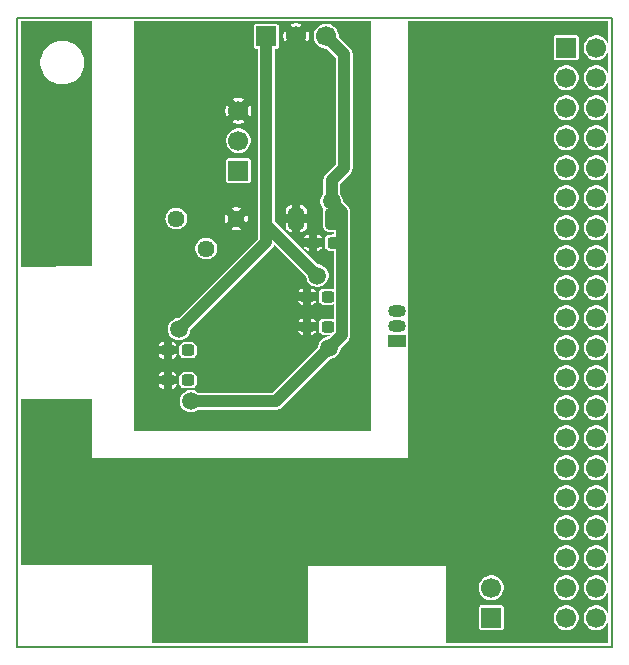
<source format=gbr>
%TF.GenerationSoftware,KiCad,Pcbnew,9.0.2-9.0.2-0~ubuntu24.04.1*%
%TF.CreationDate,2025-05-23T13:45:45-07:00*%
%TF.ProjectId,PMT_FPGA_PCB,504d545f-4650-4474-915f-5043422e6b69,rev?*%
%TF.SameCoordinates,Original*%
%TF.FileFunction,Copper,L2,Bot*%
%TF.FilePolarity,Positive*%
%FSLAX46Y46*%
G04 Gerber Fmt 4.6, Leading zero omitted, Abs format (unit mm)*
G04 Created by KiCad (PCBNEW 9.0.2-9.0.2-0~ubuntu24.04.1) date 2025-05-23 13:45:45*
%MOMM*%
%LPD*%
G01*
G04 APERTURE LIST*
G04 Aperture macros list*
%AMRoundRect*
0 Rectangle with rounded corners*
0 $1 Rounding radius*
0 $2 $3 $4 $5 $6 $7 $8 $9 X,Y pos of 4 corners*
0 Add a 4 corners polygon primitive as box body*
4,1,4,$2,$3,$4,$5,$6,$7,$8,$9,$2,$3,0*
0 Add four circle primitives for the rounded corners*
1,1,$1+$1,$2,$3*
1,1,$1+$1,$4,$5*
1,1,$1+$1,$6,$7*
1,1,$1+$1,$8,$9*
0 Add four rect primitives between the rounded corners*
20,1,$1+$1,$2,$3,$4,$5,0*
20,1,$1+$1,$4,$5,$6,$7,0*
20,1,$1+$1,$6,$7,$8,$9,0*
20,1,$1+$1,$8,$9,$2,$3,0*%
G04 Aperture macros list end*
%TA.AperFunction,NonConductor*%
%ADD10C,0.200000*%
%TD*%
%TA.AperFunction,ComponentPad*%
%ADD11R,1.700000X1.700000*%
%TD*%
%TA.AperFunction,ComponentPad*%
%ADD12C,1.700000*%
%TD*%
%TA.AperFunction,SMDPad,CuDef*%
%ADD13RoundRect,0.237500X0.300000X0.237500X-0.300000X0.237500X-0.300000X-0.237500X0.300000X-0.237500X0*%
%TD*%
%TA.AperFunction,ComponentPad*%
%ADD14O,1.500000X1.050000*%
%TD*%
%TA.AperFunction,ComponentPad*%
%ADD15R,1.500000X1.050000*%
%TD*%
%TA.AperFunction,ComponentPad*%
%ADD16C,1.440000*%
%TD*%
%TA.AperFunction,SMDPad,CuDef*%
%ADD17RoundRect,0.250000X0.412500X0.650000X-0.412500X0.650000X-0.412500X-0.650000X0.412500X-0.650000X0*%
%TD*%
%TA.AperFunction,ViaPad*%
%ADD18C,1.500000*%
%TD*%
%TA.AperFunction,Conductor*%
%ADD19C,0.450000*%
%TD*%
%TA.AperFunction,Conductor*%
%ADD20C,1.000000*%
%TD*%
G04 APERTURE END LIST*
D10*
X141224000Y-61722000D02*
X191550000Y-61722000D01*
X191550000Y-114994900D01*
X141224000Y-114994900D01*
X141224000Y-61722000D01*
D11*
%TO.P,J11,1,Pin_1*%
%TO.N,-5V*%
X162306000Y-63313000D03*
D12*
%TO.P,J11,2,Pin_2*%
%TO.N,AVSS*%
X164846000Y-63313000D03*
%TO.P,J11,3,Pin_3*%
%TO.N,+5V*%
X167386000Y-63313000D03*
%TD*%
D11*
%TO.P,J13,1,Pin_1*%
%TO.N,GPIO_34*%
X181356000Y-112527000D03*
D12*
%TO.P,J13,2,Pin_2*%
%TO.N,GPIO_32*%
X181356000Y-109987000D03*
%TD*%
D13*
%TO.P,C15,1*%
%TO.N,+5V*%
X167486500Y-87884000D03*
%TO.P,C15,2*%
%TO.N,AVSS*%
X165761500Y-87884000D03*
%TD*%
%TO.P,C19,1*%
%TO.N,+5V*%
X167994000Y-80772000D03*
%TO.P,C19,2*%
%TO.N,AVSS*%
X166269000Y-80772000D03*
%TD*%
D11*
%TO.P,J1,1,Pin_1*%
%TO.N,CLOCK*%
X187692000Y-64262000D03*
D12*
%TO.P,J1,2,Pin_2*%
%TO.N,GPIO_1*%
X190232000Y-64262000D03*
%TO.P,J1,3,Pin_3*%
%TO.N,GPIO_2*%
X187692000Y-66802000D03*
%TO.P,J1,4,Pin_4*%
%TO.N,GPIO_3*%
X190232000Y-66802000D03*
%TO.P,J1,5,Pin_5*%
%TO.N,D9*%
X187692000Y-69342000D03*
%TO.P,J1,6,Pin_6*%
%TO.N,GPIO_5*%
X190232000Y-69342000D03*
%TO.P,J1,7,Pin_7*%
%TO.N,D8*%
X187692000Y-71882000D03*
%TO.P,J1,8,Pin_8*%
%TO.N,GPIO_7*%
X190232000Y-71882000D03*
%TO.P,J1,9,Pin_9*%
%TO.N,D7*%
X187692000Y-74422000D03*
%TO.P,J1,10,Pin_10*%
%TO.N,GPIO_9*%
X190232000Y-74422000D03*
%TO.P,J1,11,Pin_11*%
%TO.N,5V*%
X187692000Y-76962000D03*
%TO.P,J1,12,Pin_12*%
%TO.N,AVSS*%
X190232000Y-76962000D03*
%TO.P,J1,13,Pin_13*%
%TO.N,D6*%
X187692000Y-79502000D03*
%TO.P,J1,14,Pin_14*%
%TO.N,GPIO_11*%
X190232000Y-79502000D03*
%TO.P,J1,15,Pin_15*%
%TO.N,D5*%
X187692000Y-82042000D03*
%TO.P,J1,16,Pin_16*%
%TO.N,GPIO_13*%
X190232000Y-82042000D03*
%TO.P,J1,17,Pin_17*%
%TO.N,D4*%
X187692000Y-84582000D03*
%TO.P,J1,18,Pin_18*%
%TO.N,GPIO_15*%
X190232000Y-84582000D03*
%TO.P,J1,19,Pin_19*%
%TO.N,D3*%
X187692000Y-87122000D03*
%TO.P,J1,20,Pin_20*%
%TO.N,GPIO_17*%
X190232000Y-87122000D03*
%TO.P,J1,21,Pin_21*%
%TO.N,D2*%
X187692000Y-89662000D03*
%TO.P,J1,22,Pin_22*%
%TO.N,GPIO_19*%
X190232000Y-89662000D03*
%TO.P,J1,23,Pin_23*%
%TO.N,D1*%
X187692000Y-92202000D03*
%TO.P,J1,24,Pin_24*%
%TO.N,GPIO_21*%
X190232000Y-92202000D03*
%TO.P,J1,25,Pin_25*%
%TO.N,D0*%
X187692000Y-94742000D03*
%TO.P,J1,26,Pin_26*%
%TO.N,GPIO_23*%
X190232000Y-94742000D03*
%TO.P,J1,27,Pin_27*%
%TO.N,GPIO_24*%
X187692000Y-97282000D03*
%TO.P,J1,28,Pin_28*%
%TO.N,GPIO_25*%
X190232000Y-97282000D03*
%TO.P,J1,29,Pin_29*%
%TO.N,3.3V*%
X187692000Y-99822000D03*
%TO.P,J1,30,Pin_30*%
%TO.N,AVSS*%
X190232000Y-99822000D03*
%TO.P,J1,31,Pin_31*%
%TO.N,GPIO_26*%
X187692000Y-102362000D03*
%TO.P,J1,32,Pin_32*%
%TO.N,GPIO_27*%
X190232000Y-102362000D03*
%TO.P,J1,33,Pin_33*%
%TO.N,GPIO_28*%
X187692000Y-104902000D03*
%TO.P,J1,34,Pin_34*%
%TO.N,GPIO_29*%
X190232000Y-104902000D03*
%TO.P,J1,35,Pin_35*%
%TO.N,GPIO_30*%
X187692000Y-107442000D03*
%TO.P,J1,36,Pin_36*%
%TO.N,GPIO_31*%
X190232000Y-107442000D03*
%TO.P,J1,37,Pin_37*%
%TO.N,GPIO_32*%
X187692000Y-109982000D03*
%TO.P,J1,38,Pin_38*%
%TO.N,GPIO_33*%
X190232000Y-109982000D03*
%TO.P,J1,39,Pin_39*%
%TO.N,GPIO_34*%
X187692000Y-112522000D03*
%TO.P,J1,40,Pin_40*%
%TO.N,GPIO_35*%
X190232000Y-112522000D03*
%TD*%
D14*
%TO.P,Q1,3,D*%
%TO.N,INA-Q*%
X173349500Y-86533500D03*
D15*
%TO.P,Q1,1,S*%
%TO.N,Net-(IC2-V_IN-)*%
X173349500Y-89073500D03*
D14*
%TO.P,Q1,2,G*%
%TO.N,GPIO_26*%
X173349500Y-87803500D03*
%TD*%
D13*
%TO.P,C16,1*%
%TO.N,-5V*%
X155683500Y-89886000D03*
%TO.P,C16,2*%
%TO.N,AVSS*%
X153958500Y-89886000D03*
%TD*%
D16*
%TO.P,RV1,1,1*%
%TO.N,INB-Q*%
X154686000Y-78740000D03*
%TO.P,RV1,2,2*%
X157226000Y-81280000D03*
%TO.P,RV1,3,3*%
%TO.N,AVSS*%
X159766000Y-78740000D03*
%TD*%
D13*
%TO.P,C17,1*%
%TO.N,+5V*%
X155683500Y-92426000D03*
%TO.P,C17,2*%
%TO.N,AVSS*%
X153958500Y-92426000D03*
%TD*%
%TO.P,C14,1*%
%TO.N,-5V*%
X167486500Y-85344000D03*
%TO.P,C14,2*%
%TO.N,AVSS*%
X165761500Y-85344000D03*
%TD*%
D11*
%TO.P,J4,1,Pin_1*%
%TO.N,VREF*%
X159946000Y-74676000D03*
D12*
%TO.P,J4,2,Pin_2*%
%TO.N,REFSENSE*%
X159946000Y-72136000D03*
%TO.P,J4,3,Pin_3*%
%TO.N,AVSS*%
X159946000Y-69596000D03*
%TD*%
D17*
%TO.P,C1,1*%
%TO.N,+5V*%
X167970500Y-78740000D03*
%TO.P,C1,2*%
%TO.N,AVSS*%
X164845500Y-78740000D03*
%TD*%
D18*
%TO.N,AVSS*%
X167457259Y-71699259D03*
%TO.N,+5V*%
X167826555Y-77283445D03*
X155937500Y-94204000D03*
X167640000Y-89662000D03*
%TO.N,-5V*%
X154921500Y-88108000D03*
X166624000Y-83566000D03*
%TD*%
D19*
%TO.N,+5V*%
X167970500Y-78740000D02*
X168471000Y-78740000D01*
X168471000Y-78740000D02*
X168725000Y-78994000D01*
D20*
%TO.N,AVSS*%
X164846000Y-69088000D02*
X164846000Y-63313000D01*
X167457259Y-71699259D02*
X164846000Y-69088000D01*
%TO.N,+5V*%
X163098000Y-94204000D02*
X167640000Y-89662000D01*
X167826555Y-75497212D02*
X168908259Y-74415508D01*
X168725000Y-88577000D02*
X167640000Y-89662000D01*
X167826555Y-77283445D02*
X167826555Y-75497212D01*
X168908259Y-74415508D02*
X168908259Y-64835259D01*
X168725000Y-78994000D02*
X168725000Y-80772000D01*
X168725000Y-78181890D02*
X168725000Y-78994000D01*
X155937500Y-94204000D02*
X163098000Y-94204000D01*
X167826555Y-77283445D02*
X168725000Y-78181890D01*
X167994000Y-80772000D02*
X168725000Y-80772000D01*
X168725000Y-80772000D02*
X168725000Y-88577000D01*
X168908259Y-64835259D02*
X167386000Y-63313000D01*
%TO.N,-5V*%
X162306000Y-77470000D02*
X162306000Y-80723500D01*
X162306000Y-77470000D02*
X162306000Y-63313000D01*
X162306000Y-80723500D02*
X154921500Y-88108000D01*
X162306000Y-76708000D02*
X162306000Y-79248000D01*
X162306000Y-76708000D02*
X162306000Y-77470000D01*
X162306000Y-79248000D02*
X166624000Y-83566000D01*
%TD*%
%TA.AperFunction,Conductor*%
%TO.N,AVSS*%
G36*
X171160012Y-62025868D02*
G01*
X171163380Y-62034000D01*
X171163380Y-96695400D01*
X171160012Y-96703532D01*
X171151880Y-96706900D01*
X151075500Y-96706900D01*
X151067368Y-96703532D01*
X151064000Y-96695400D01*
X151064000Y-94110384D01*
X154987000Y-94110384D01*
X154987000Y-94297615D01*
X155023525Y-94481245D01*
X155023526Y-94481250D01*
X155095179Y-94654233D01*
X155157910Y-94748116D01*
X155199198Y-94809908D01*
X155331592Y-94942302D01*
X155487269Y-95046322D01*
X155660249Y-95117973D01*
X155843884Y-95154500D01*
X155843885Y-95154500D01*
X156031115Y-95154500D01*
X156031116Y-95154500D01*
X156214751Y-95117973D01*
X156387731Y-95046322D01*
X156543408Y-94942302D01*
X156577842Y-94907868D01*
X156585974Y-94904500D01*
X163166992Y-94904500D01*
X163166994Y-94904500D01*
X163302328Y-94877580D01*
X163429811Y-94824775D01*
X163544543Y-94748114D01*
X167676789Y-90615868D01*
X167684921Y-90612500D01*
X167733615Y-90612500D01*
X167733616Y-90612500D01*
X167917251Y-90575973D01*
X168090231Y-90504322D01*
X168245908Y-90400302D01*
X168378302Y-90267908D01*
X168482322Y-90112231D01*
X168553973Y-89939251D01*
X168590500Y-89755616D01*
X168590500Y-89706920D01*
X168593867Y-89698789D01*
X169269114Y-89023543D01*
X169345775Y-88908811D01*
X169398580Y-88781328D01*
X169425500Y-88645994D01*
X169425500Y-88508006D01*
X169425500Y-80703007D01*
X169425500Y-78925007D01*
X169425500Y-78112897D01*
X169398580Y-77977562D01*
X169345775Y-77850079D01*
X169325343Y-77819500D01*
X169269114Y-77735347D01*
X168780423Y-77246656D01*
X168777055Y-77238524D01*
X168777055Y-77189829D01*
X168740529Y-77006199D01*
X168740528Y-77006194D01*
X168668877Y-76833214D01*
X168564857Y-76677537D01*
X168530423Y-76643103D01*
X168527055Y-76634971D01*
X168527055Y-75792131D01*
X168530422Y-75784000D01*
X169452372Y-74862051D01*
X169496031Y-74796712D01*
X169529034Y-74747319D01*
X169581839Y-74619836D01*
X169608759Y-74484501D01*
X169608759Y-64766266D01*
X169581839Y-64630931D01*
X169529034Y-64503448D01*
X169452373Y-64388717D01*
X169354801Y-64291145D01*
X168439868Y-63376211D01*
X168436500Y-63368079D01*
X168436500Y-63209535D01*
X168396131Y-63006585D01*
X168396130Y-63006580D01*
X168395887Y-63005993D01*
X168316941Y-62815402D01*
X168201977Y-62643345D01*
X168055655Y-62497023D01*
X167975182Y-62443253D01*
X167883600Y-62382060D01*
X167692419Y-62302869D01*
X167692414Y-62302868D01*
X167529614Y-62270486D01*
X167489465Y-62262500D01*
X167282535Y-62262500D01*
X167249016Y-62269167D01*
X167079585Y-62302868D01*
X167079580Y-62302869D01*
X166888399Y-62382060D01*
X166716348Y-62497020D01*
X166570020Y-62643348D01*
X166455060Y-62815399D01*
X166375869Y-63006580D01*
X166375868Y-63006585D01*
X166335500Y-63209535D01*
X166335500Y-63416464D01*
X166375868Y-63619414D01*
X166375869Y-63619419D01*
X166376113Y-63620007D01*
X166455059Y-63810598D01*
X166570023Y-63982655D01*
X166716345Y-64128977D01*
X166888402Y-64243941D01*
X167079580Y-64323130D01*
X167282535Y-64363500D01*
X167441079Y-64363500D01*
X167449211Y-64366868D01*
X168204391Y-65122047D01*
X168207759Y-65130179D01*
X168207759Y-74120587D01*
X168204391Y-74128719D01*
X167282438Y-75050672D01*
X167238783Y-75116008D01*
X167205781Y-75165398D01*
X167152974Y-75292884D01*
X167152974Y-75292887D01*
X167126055Y-75428220D01*
X167126055Y-76634971D01*
X167122687Y-76643103D01*
X167088250Y-76677540D01*
X166984234Y-76833211D01*
X166912581Y-77006194D01*
X166912580Y-77006199D01*
X166876055Y-77189829D01*
X166876055Y-77377060D01*
X166912580Y-77560690D01*
X166912581Y-77560695D01*
X166984234Y-77733678D01*
X167065214Y-77854873D01*
X167088253Y-77889353D01*
X167123163Y-77924263D01*
X167129570Y-77930670D01*
X167132938Y-77938802D01*
X167132293Y-77942600D01*
X167110355Y-78005297D01*
X167110354Y-78005301D01*
X167108852Y-78021309D01*
X167107500Y-78035728D01*
X167107500Y-79444271D01*
X167110354Y-79474702D01*
X167155207Y-79602883D01*
X167155208Y-79602884D01*
X167171624Y-79625127D01*
X167235850Y-79712150D01*
X167283328Y-79747190D01*
X167345115Y-79792791D01*
X167345116Y-79792792D01*
X167345117Y-79792792D01*
X167345118Y-79792793D01*
X167400095Y-79812030D01*
X167473297Y-79837645D01*
X167473298Y-79837645D01*
X167473301Y-79837646D01*
X167503734Y-79840500D01*
X168013000Y-79840500D01*
X168021132Y-79843868D01*
X168024500Y-79852000D01*
X168024500Y-80060000D01*
X168021132Y-80068132D01*
X168013000Y-80071500D01*
X167925007Y-80071500D01*
X167802740Y-80095820D01*
X167800435Y-80096279D01*
X167798191Y-80096500D01*
X167641238Y-80096500D01*
X167627218Y-80097815D01*
X167611651Y-80099275D01*
X167611648Y-80099275D01*
X167611647Y-80099276D01*
X167487025Y-80142884D01*
X167380790Y-80221288D01*
X167380788Y-80221290D01*
X167302384Y-80327525D01*
X167264178Y-80436711D01*
X167258775Y-80452151D01*
X167257639Y-80464263D01*
X167256000Y-80481738D01*
X167256000Y-80481744D01*
X167256000Y-81062256D01*
X167258775Y-81091849D01*
X167302384Y-81216475D01*
X167380789Y-81322711D01*
X167487025Y-81401116D01*
X167611651Y-81444725D01*
X167641244Y-81447500D01*
X167798191Y-81447500D01*
X167800435Y-81447721D01*
X167925007Y-81472500D01*
X168013000Y-81472500D01*
X168021132Y-81475868D01*
X168024500Y-81484000D01*
X168024500Y-84715000D01*
X168021132Y-84723132D01*
X168013000Y-84726500D01*
X168006172Y-84724253D01*
X167993476Y-84714884D01*
X167993477Y-84714884D01*
X167868852Y-84671276D01*
X167868851Y-84671275D01*
X167868849Y-84671275D01*
X167850943Y-84669596D01*
X167839261Y-84668500D01*
X167839256Y-84668500D01*
X167133744Y-84668500D01*
X167133738Y-84668500D01*
X167119718Y-84669815D01*
X167104151Y-84671275D01*
X167104148Y-84671275D01*
X167104147Y-84671276D01*
X166979525Y-84714884D01*
X166873290Y-84793288D01*
X166873288Y-84793290D01*
X166794884Y-84899525D01*
X166761826Y-84993999D01*
X166751275Y-85024151D01*
X166749815Y-85039718D01*
X166748500Y-85053738D01*
X166748500Y-85053744D01*
X166748500Y-85634256D01*
X166751275Y-85663849D01*
X166794884Y-85788475D01*
X166873289Y-85894711D01*
X166979525Y-85973116D01*
X167104151Y-86016725D01*
X167133744Y-86019500D01*
X167133752Y-86019500D01*
X167839248Y-86019500D01*
X167839256Y-86019500D01*
X167868849Y-86016725D01*
X167993475Y-85973116D01*
X168006171Y-85963746D01*
X168014714Y-85961627D01*
X168022253Y-85966170D01*
X168024500Y-85972999D01*
X168024500Y-87255000D01*
X168021132Y-87263132D01*
X168013000Y-87266500D01*
X168006172Y-87264253D01*
X167993476Y-87254884D01*
X167993477Y-87254884D01*
X167868852Y-87211276D01*
X167868851Y-87211275D01*
X167868849Y-87211275D01*
X167850943Y-87209596D01*
X167839261Y-87208500D01*
X167839256Y-87208500D01*
X167133744Y-87208500D01*
X167133738Y-87208500D01*
X167119718Y-87209815D01*
X167104151Y-87211275D01*
X167104148Y-87211275D01*
X167104147Y-87211276D01*
X166979525Y-87254884D01*
X166873290Y-87333288D01*
X166873288Y-87333290D01*
X166794884Y-87439525D01*
X166761826Y-87533999D01*
X166751275Y-87564151D01*
X166749815Y-87579718D01*
X166748500Y-87593738D01*
X166748500Y-87593744D01*
X166748500Y-88174256D01*
X166751275Y-88203849D01*
X166794884Y-88328475D01*
X166873289Y-88434711D01*
X166979525Y-88513116D01*
X167104151Y-88556725D01*
X167133744Y-88559500D01*
X167724079Y-88559500D01*
X167732211Y-88562868D01*
X167735579Y-88571000D01*
X167732211Y-88579132D01*
X167603211Y-88708132D01*
X167595079Y-88711500D01*
X167546384Y-88711500D01*
X167516056Y-88717532D01*
X167362754Y-88748025D01*
X167362749Y-88748026D01*
X167189766Y-88819679D01*
X167034095Y-88923695D01*
X166901695Y-89056095D01*
X166797679Y-89211766D01*
X166726026Y-89384749D01*
X166726025Y-89384754D01*
X166689500Y-89568384D01*
X166689500Y-89617079D01*
X166686132Y-89625211D01*
X162811211Y-93500132D01*
X162803079Y-93503500D01*
X156585974Y-93503500D01*
X156577842Y-93500132D01*
X156543408Y-93465698D01*
X156543404Y-93465695D01*
X156387733Y-93361679D01*
X156214750Y-93290026D01*
X156214745Y-93290025D01*
X156067443Y-93260725D01*
X156031116Y-93253500D01*
X155843884Y-93253500D01*
X155813556Y-93259532D01*
X155660254Y-93290025D01*
X155660249Y-93290026D01*
X155487266Y-93361679D01*
X155331595Y-93465695D01*
X155199195Y-93598095D01*
X155095179Y-93753766D01*
X155023526Y-93926749D01*
X155023525Y-93926754D01*
X154987000Y-94110384D01*
X151064000Y-94110384D01*
X151064000Y-92776000D01*
X153180155Y-92776000D01*
X153226232Y-92899535D01*
X153226234Y-92899538D01*
X153310239Y-93011756D01*
X153310243Y-93011760D01*
X153422464Y-93095767D01*
X153422463Y-93095767D01*
X153553809Y-93144757D01*
X153553810Y-93144758D01*
X153608500Y-93150636D01*
X153608500Y-92776001D01*
X154308500Y-92776001D01*
X154308500Y-93150636D01*
X154363189Y-93144758D01*
X154363190Y-93144757D01*
X154494536Y-93095767D01*
X154606756Y-93011760D01*
X154606760Y-93011756D01*
X154690765Y-92899538D01*
X154690767Y-92899535D01*
X154736845Y-92776000D01*
X154308501Y-92776000D01*
X154308500Y-92776001D01*
X153608500Y-92776001D01*
X153608499Y-92776000D01*
X153180155Y-92776000D01*
X151064000Y-92776000D01*
X151064000Y-92135738D01*
X154945500Y-92135738D01*
X154945500Y-92135744D01*
X154945500Y-92716256D01*
X154948275Y-92745849D01*
X154991884Y-92870475D01*
X155070289Y-92976711D01*
X155176525Y-93055116D01*
X155301151Y-93098725D01*
X155330744Y-93101500D01*
X155330752Y-93101500D01*
X156036248Y-93101500D01*
X156036256Y-93101500D01*
X156065849Y-93098725D01*
X156190475Y-93055116D01*
X156296711Y-92976711D01*
X156375116Y-92870475D01*
X156418725Y-92745849D01*
X156421500Y-92716256D01*
X156421500Y-92135744D01*
X156418725Y-92106151D01*
X156375116Y-91981525D01*
X156296711Y-91875289D01*
X156190475Y-91796884D01*
X156065849Y-91753275D01*
X156047943Y-91751596D01*
X156036261Y-91750500D01*
X156036256Y-91750500D01*
X155330744Y-91750500D01*
X155330738Y-91750500D01*
X155316718Y-91751815D01*
X155301151Y-91753275D01*
X155301148Y-91753275D01*
X155301147Y-91753276D01*
X155176525Y-91796884D01*
X155070290Y-91875288D01*
X155070288Y-91875290D01*
X154991884Y-91981525D01*
X154958826Y-92075999D01*
X154948275Y-92106151D01*
X154946815Y-92121718D01*
X154945500Y-92135738D01*
X151064000Y-92135738D01*
X151064000Y-92076000D01*
X153180155Y-92076000D01*
X153608499Y-92076000D01*
X153608500Y-92075999D01*
X154308500Y-92075999D01*
X154308501Y-92076000D01*
X154736844Y-92076000D01*
X154690767Y-91952464D01*
X154690765Y-91952461D01*
X154606760Y-91840243D01*
X154606756Y-91840239D01*
X154494535Y-91756232D01*
X154494536Y-91756232D01*
X154363189Y-91707241D01*
X154308500Y-91701362D01*
X154308500Y-92075999D01*
X153608500Y-92075999D01*
X153608500Y-91701362D01*
X153553810Y-91707241D01*
X153422463Y-91756232D01*
X153310243Y-91840239D01*
X153310239Y-91840243D01*
X153226234Y-91952461D01*
X153226232Y-91952464D01*
X153180155Y-92076000D01*
X151064000Y-92076000D01*
X151064000Y-90236000D01*
X153180155Y-90236000D01*
X153226232Y-90359535D01*
X153226234Y-90359538D01*
X153310239Y-90471756D01*
X153310243Y-90471760D01*
X153422464Y-90555767D01*
X153422463Y-90555767D01*
X153553809Y-90604757D01*
X153553810Y-90604758D01*
X153608500Y-90610636D01*
X153608500Y-90236001D01*
X154308500Y-90236001D01*
X154308500Y-90610636D01*
X154363189Y-90604758D01*
X154363190Y-90604757D01*
X154494536Y-90555767D01*
X154606756Y-90471760D01*
X154606760Y-90471756D01*
X154690765Y-90359538D01*
X154690767Y-90359535D01*
X154736845Y-90236000D01*
X154308501Y-90236000D01*
X154308500Y-90236001D01*
X153608500Y-90236001D01*
X153608499Y-90236000D01*
X153180155Y-90236000D01*
X151064000Y-90236000D01*
X151064000Y-89595738D01*
X154945500Y-89595738D01*
X154945500Y-89595744D01*
X154945500Y-90176256D01*
X154948275Y-90205849D01*
X154991884Y-90330475D01*
X155070289Y-90436711D01*
X155176525Y-90515116D01*
X155301151Y-90558725D01*
X155330744Y-90561500D01*
X155330752Y-90561500D01*
X156036248Y-90561500D01*
X156036256Y-90561500D01*
X156065849Y-90558725D01*
X156190475Y-90515116D01*
X156296711Y-90436711D01*
X156375116Y-90330475D01*
X156418725Y-90205849D01*
X156421500Y-90176256D01*
X156421500Y-89595744D01*
X156418725Y-89566151D01*
X156375116Y-89441525D01*
X156296711Y-89335289D01*
X156190475Y-89256884D01*
X156065849Y-89213275D01*
X156047943Y-89211596D01*
X156036261Y-89210500D01*
X156036256Y-89210500D01*
X155330744Y-89210500D01*
X155330738Y-89210500D01*
X155317243Y-89211766D01*
X155301151Y-89213275D01*
X155301148Y-89213275D01*
X155301147Y-89213276D01*
X155176525Y-89256884D01*
X155070290Y-89335288D01*
X155070288Y-89335290D01*
X154991884Y-89441525D01*
X154958826Y-89535999D01*
X154948275Y-89566151D01*
X154948066Y-89568384D01*
X154945500Y-89595738D01*
X151064000Y-89595738D01*
X151064000Y-89536000D01*
X153180155Y-89536000D01*
X153608499Y-89536000D01*
X153608500Y-89535999D01*
X154308500Y-89535999D01*
X154308501Y-89536000D01*
X154736844Y-89536000D01*
X154690767Y-89412464D01*
X154690765Y-89412461D01*
X154606760Y-89300243D01*
X154606756Y-89300239D01*
X154494535Y-89216232D01*
X154494536Y-89216232D01*
X154363189Y-89167241D01*
X154308500Y-89161362D01*
X154308500Y-89535999D01*
X153608500Y-89535999D01*
X153608500Y-89161362D01*
X153553810Y-89167241D01*
X153422463Y-89216232D01*
X153310243Y-89300239D01*
X153310239Y-89300243D01*
X153226234Y-89412461D01*
X153226232Y-89412464D01*
X153180155Y-89536000D01*
X151064000Y-89536000D01*
X151064000Y-88014384D01*
X153971000Y-88014384D01*
X153971000Y-88201615D01*
X154007525Y-88385245D01*
X154007526Y-88385250D01*
X154028013Y-88434709D01*
X154078553Y-88556723D01*
X154079179Y-88558233D01*
X154181589Y-88711500D01*
X154183198Y-88713908D01*
X154315592Y-88846302D01*
X154471269Y-88950322D01*
X154644249Y-89021973D01*
X154827884Y-89058500D01*
X154827885Y-89058500D01*
X155015115Y-89058500D01*
X155015116Y-89058500D01*
X155198751Y-89021973D01*
X155371731Y-88950322D01*
X155527408Y-88846302D01*
X155659802Y-88713908D01*
X155763822Y-88558231D01*
X155835473Y-88385251D01*
X155865558Y-88234000D01*
X164983155Y-88234000D01*
X165029232Y-88357535D01*
X165029234Y-88357538D01*
X165113239Y-88469756D01*
X165113243Y-88469760D01*
X165225464Y-88553767D01*
X165225463Y-88553767D01*
X165356809Y-88602757D01*
X165356810Y-88602758D01*
X165411500Y-88608636D01*
X165411500Y-88234001D01*
X166111500Y-88234001D01*
X166111500Y-88608636D01*
X166166189Y-88602758D01*
X166166190Y-88602757D01*
X166297536Y-88553767D01*
X166409756Y-88469760D01*
X166409760Y-88469756D01*
X166493765Y-88357538D01*
X166493767Y-88357535D01*
X166539845Y-88234000D01*
X166111501Y-88234000D01*
X166111500Y-88234001D01*
X165411500Y-88234001D01*
X165411499Y-88234000D01*
X164983155Y-88234000D01*
X155865558Y-88234000D01*
X155872000Y-88201616D01*
X155872000Y-88152920D01*
X155875367Y-88144789D01*
X156486156Y-87534000D01*
X164983155Y-87534000D01*
X165411499Y-87534000D01*
X165411500Y-87533999D01*
X166111500Y-87533999D01*
X166111501Y-87534000D01*
X166539844Y-87534000D01*
X166493767Y-87410464D01*
X166493765Y-87410461D01*
X166409760Y-87298243D01*
X166409756Y-87298239D01*
X166297535Y-87214232D01*
X166297536Y-87214232D01*
X166166189Y-87165241D01*
X166111500Y-87159362D01*
X166111500Y-87533999D01*
X165411500Y-87533999D01*
X165411500Y-87159362D01*
X165356810Y-87165241D01*
X165225463Y-87214232D01*
X165113243Y-87298239D01*
X165113239Y-87298243D01*
X165029234Y-87410461D01*
X165029232Y-87410464D01*
X164983155Y-87534000D01*
X156486156Y-87534000D01*
X158326156Y-85694000D01*
X164983155Y-85694000D01*
X165029232Y-85817535D01*
X165029234Y-85817538D01*
X165113239Y-85929756D01*
X165113243Y-85929760D01*
X165225464Y-86013767D01*
X165225463Y-86013767D01*
X165356809Y-86062757D01*
X165356810Y-86062758D01*
X165411500Y-86068636D01*
X165411500Y-85694001D01*
X166111500Y-85694001D01*
X166111500Y-86068636D01*
X166166189Y-86062758D01*
X166166190Y-86062757D01*
X166297536Y-86013767D01*
X166409756Y-85929760D01*
X166409760Y-85929756D01*
X166493765Y-85817538D01*
X166493767Y-85817535D01*
X166539845Y-85694000D01*
X166111501Y-85694000D01*
X166111500Y-85694001D01*
X165411500Y-85694001D01*
X165411499Y-85694000D01*
X164983155Y-85694000D01*
X158326156Y-85694000D01*
X159026156Y-84994000D01*
X164983155Y-84994000D01*
X165411499Y-84994000D01*
X165411500Y-84993999D01*
X166111500Y-84993999D01*
X166111501Y-84994000D01*
X166539844Y-84994000D01*
X166493767Y-84870464D01*
X166493765Y-84870461D01*
X166409760Y-84758243D01*
X166409756Y-84758239D01*
X166297535Y-84674232D01*
X166297536Y-84674232D01*
X166166189Y-84625241D01*
X166111500Y-84619362D01*
X166111500Y-84993999D01*
X165411500Y-84993999D01*
X165411500Y-84619362D01*
X165356810Y-84625241D01*
X165225463Y-84674232D01*
X165113243Y-84758239D01*
X165113239Y-84758243D01*
X165029234Y-84870461D01*
X165029232Y-84870464D01*
X164983155Y-84994000D01*
X159026156Y-84994000D01*
X162850114Y-81170043D01*
X162926775Y-81055311D01*
X162977561Y-80932701D01*
X162983783Y-80926480D01*
X162992585Y-80926480D01*
X162996316Y-80928973D01*
X165670132Y-83602789D01*
X165673500Y-83610921D01*
X165673500Y-83659615D01*
X165710025Y-83843245D01*
X165710026Y-83843250D01*
X165765446Y-83977045D01*
X165781678Y-84016231D01*
X165885698Y-84171908D01*
X166018092Y-84304302D01*
X166173769Y-84408322D01*
X166346749Y-84479973D01*
X166530384Y-84516500D01*
X166530385Y-84516500D01*
X166717615Y-84516500D01*
X166717616Y-84516500D01*
X166901251Y-84479973D01*
X167074231Y-84408322D01*
X167229908Y-84304302D01*
X167362302Y-84171908D01*
X167466322Y-84016231D01*
X167537973Y-83843251D01*
X167574500Y-83659616D01*
X167574500Y-83472384D01*
X167537973Y-83288749D01*
X167466322Y-83115769D01*
X167362302Y-82960092D01*
X167229908Y-82827698D01*
X167229904Y-82827695D01*
X167074233Y-82723679D01*
X166901250Y-82652026D01*
X166901245Y-82652025D01*
X166753943Y-82622725D01*
X166717616Y-82615500D01*
X166717615Y-82615500D01*
X166668921Y-82615500D01*
X166660789Y-82612132D01*
X165170657Y-81122000D01*
X165490655Y-81122000D01*
X165536732Y-81245535D01*
X165536734Y-81245538D01*
X165620739Y-81357756D01*
X165620743Y-81357760D01*
X165732964Y-81441767D01*
X165732963Y-81441767D01*
X165864309Y-81490757D01*
X165864310Y-81490758D01*
X165919000Y-81496636D01*
X165919000Y-81122001D01*
X166619000Y-81122001D01*
X166619000Y-81496636D01*
X166673689Y-81490758D01*
X166673690Y-81490757D01*
X166805036Y-81441767D01*
X166917256Y-81357760D01*
X166917260Y-81357756D01*
X167001265Y-81245538D01*
X167001267Y-81245535D01*
X167047345Y-81122000D01*
X166619001Y-81122000D01*
X166619000Y-81122001D01*
X165919000Y-81122001D01*
X165918999Y-81122000D01*
X165490655Y-81122000D01*
X165170657Y-81122000D01*
X164470657Y-80422000D01*
X165490655Y-80422000D01*
X165918999Y-80422000D01*
X165919000Y-80421999D01*
X166619000Y-80421999D01*
X166619001Y-80422000D01*
X167047344Y-80422000D01*
X167001267Y-80298464D01*
X167001265Y-80298461D01*
X166917260Y-80186243D01*
X166917256Y-80186239D01*
X166805035Y-80102232D01*
X166805036Y-80102232D01*
X166673689Y-80053241D01*
X166619000Y-80047362D01*
X166619000Y-80421999D01*
X165919000Y-80421999D01*
X165919000Y-80047362D01*
X165864310Y-80053241D01*
X165732963Y-80102232D01*
X165620743Y-80186239D01*
X165620739Y-80186243D01*
X165536734Y-80298461D01*
X165536732Y-80298464D01*
X165490655Y-80422000D01*
X164470657Y-80422000D01*
X163138658Y-79090001D01*
X163933000Y-79090001D01*
X163933000Y-79437828D01*
X163939401Y-79497374D01*
X163989647Y-79632088D01*
X163989649Y-79632091D01*
X164075809Y-79747186D01*
X164075813Y-79747190D01*
X164190908Y-79833350D01*
X164190911Y-79833352D01*
X164325625Y-79883598D01*
X164385171Y-79890000D01*
X164495499Y-79890000D01*
X164495500Y-79889999D01*
X164495500Y-79090001D01*
X165195500Y-79090001D01*
X165195500Y-79889999D01*
X165195501Y-79890000D01*
X165305829Y-79890000D01*
X165365374Y-79883598D01*
X165500088Y-79833352D01*
X165500091Y-79833350D01*
X165615186Y-79747190D01*
X165615190Y-79747186D01*
X165701350Y-79632091D01*
X165701352Y-79632088D01*
X165751598Y-79497374D01*
X165758000Y-79437828D01*
X165758000Y-79090001D01*
X165757999Y-79090000D01*
X165195501Y-79090000D01*
X165195500Y-79090001D01*
X164495500Y-79090001D01*
X164495499Y-79090000D01*
X163933001Y-79090000D01*
X163933000Y-79090001D01*
X163138658Y-79090001D01*
X163009868Y-78961211D01*
X163006500Y-78953079D01*
X163006500Y-78042171D01*
X163933000Y-78042171D01*
X163933000Y-78389999D01*
X163933001Y-78390000D01*
X164495499Y-78390000D01*
X164495500Y-78389999D01*
X164495500Y-77590001D01*
X165195500Y-77590001D01*
X165195500Y-78389999D01*
X165195501Y-78390000D01*
X165757999Y-78390000D01*
X165758000Y-78389999D01*
X165758000Y-78042171D01*
X165751598Y-77982625D01*
X165701352Y-77847911D01*
X165701350Y-77847908D01*
X165615190Y-77732813D01*
X165615186Y-77732809D01*
X165500091Y-77646649D01*
X165500088Y-77646647D01*
X165365374Y-77596401D01*
X165305829Y-77590000D01*
X165195501Y-77590000D01*
X165195500Y-77590001D01*
X164495500Y-77590001D01*
X164495499Y-77590000D01*
X164385171Y-77590000D01*
X164325625Y-77596401D01*
X164190911Y-77646647D01*
X164190908Y-77646649D01*
X164075813Y-77732809D01*
X164075809Y-77732813D01*
X163989649Y-77847908D01*
X163989647Y-77847911D01*
X163939401Y-77982625D01*
X163933000Y-78042171D01*
X163006500Y-78042171D01*
X163006500Y-64375000D01*
X163009868Y-64366868D01*
X163018000Y-64363500D01*
X163175746Y-64363500D01*
X163175748Y-64363500D01*
X163234231Y-64351867D01*
X163300552Y-64307552D01*
X163311515Y-64291145D01*
X163313923Y-64287542D01*
X163322693Y-64274415D01*
X163344867Y-64241231D01*
X163356500Y-64182748D01*
X163356500Y-63226425D01*
X163746000Y-63226425D01*
X163746000Y-63399574D01*
X163773085Y-63570581D01*
X163826588Y-63735249D01*
X163861080Y-63802942D01*
X164346000Y-63318023D01*
X164346000Y-63378826D01*
X164380075Y-63505993D01*
X164445901Y-63620007D01*
X164538993Y-63713099D01*
X164653007Y-63778925D01*
X164780174Y-63813000D01*
X164840974Y-63813000D01*
X164356056Y-64297918D01*
X164423750Y-64332411D01*
X164588418Y-64385914D01*
X164759426Y-64413000D01*
X164932574Y-64413000D01*
X165103581Y-64385914D01*
X165268249Y-64332411D01*
X165335942Y-64297918D01*
X164851024Y-63813000D01*
X164911826Y-63813000D01*
X165038993Y-63778925D01*
X165153007Y-63713099D01*
X165246099Y-63620007D01*
X165311925Y-63505993D01*
X165346000Y-63378826D01*
X165346000Y-63318024D01*
X165830918Y-63802942D01*
X165865411Y-63735249D01*
X165918914Y-63570581D01*
X165946000Y-63399574D01*
X165946000Y-63226425D01*
X165918914Y-63055418D01*
X165865411Y-62890750D01*
X165830918Y-62823056D01*
X165346000Y-63307974D01*
X165346000Y-63247174D01*
X165311925Y-63120007D01*
X165246099Y-63005993D01*
X165153007Y-62912901D01*
X165038993Y-62847075D01*
X164911826Y-62813000D01*
X164851022Y-62813000D01*
X165335942Y-62328080D01*
X165268249Y-62293588D01*
X165103581Y-62240085D01*
X164932574Y-62213000D01*
X164759426Y-62213000D01*
X164588418Y-62240085D01*
X164423750Y-62293588D01*
X164356056Y-62328080D01*
X164840976Y-62813000D01*
X164780174Y-62813000D01*
X164653007Y-62847075D01*
X164538993Y-62912901D01*
X164445901Y-63005993D01*
X164380075Y-63120007D01*
X164346000Y-63247174D01*
X164346000Y-63307976D01*
X163861080Y-62823056D01*
X163826588Y-62890750D01*
X163773085Y-63055418D01*
X163746000Y-63226425D01*
X163356500Y-63226425D01*
X163356500Y-62443252D01*
X163344867Y-62384769D01*
X163300552Y-62318448D01*
X163300550Y-62318446D01*
X163234232Y-62274134D01*
X163234233Y-62274134D01*
X163234231Y-62274133D01*
X163234229Y-62274132D01*
X163234228Y-62274132D01*
X163204788Y-62268276D01*
X163175748Y-62262500D01*
X161436252Y-62262500D01*
X161412988Y-62267127D01*
X161377771Y-62274132D01*
X161377767Y-62274134D01*
X161311449Y-62318446D01*
X161311446Y-62318449D01*
X161267134Y-62384767D01*
X161267132Y-62384771D01*
X161258388Y-62428731D01*
X161255500Y-62443252D01*
X161255500Y-64182748D01*
X161267133Y-64241231D01*
X161268944Y-64243941D01*
X161311446Y-64307550D01*
X161311448Y-64307552D01*
X161377769Y-64351867D01*
X161436252Y-64363500D01*
X161594000Y-64363500D01*
X161602132Y-64366868D01*
X161605500Y-64375000D01*
X161605500Y-80428579D01*
X161602132Y-80436711D01*
X154884711Y-87154132D01*
X154876579Y-87157500D01*
X154827884Y-87157500D01*
X154797556Y-87163532D01*
X154644254Y-87194025D01*
X154644249Y-87194026D01*
X154471266Y-87265679D01*
X154315595Y-87369695D01*
X154183195Y-87502095D01*
X154079179Y-87657766D01*
X154007526Y-87830749D01*
X154007525Y-87830754D01*
X153971000Y-88014384D01*
X151064000Y-88014384D01*
X151064000Y-81189339D01*
X156305500Y-81189339D01*
X156305500Y-81370660D01*
X156340872Y-81548494D01*
X156340873Y-81548499D01*
X156394544Y-81678071D01*
X156410263Y-81716020D01*
X156511001Y-81866785D01*
X156639215Y-81994999D01*
X156789980Y-82095737D01*
X156957500Y-82165126D01*
X157135339Y-82200500D01*
X157135340Y-82200500D01*
X157316660Y-82200500D01*
X157316661Y-82200500D01*
X157494500Y-82165126D01*
X157662020Y-82095737D01*
X157812785Y-81994999D01*
X157940999Y-81866785D01*
X158041737Y-81716020D01*
X158111126Y-81548500D01*
X158146500Y-81370661D01*
X158146500Y-81189339D01*
X158111126Y-81011500D01*
X158041737Y-80843980D01*
X157940999Y-80693215D01*
X157812785Y-80565001D01*
X157812781Y-80564998D01*
X157662022Y-80464264D01*
X157494499Y-80394873D01*
X157494494Y-80394872D01*
X157351841Y-80366497D01*
X157316661Y-80359500D01*
X157135339Y-80359500D01*
X157105969Y-80365341D01*
X156957505Y-80394872D01*
X156957500Y-80394873D01*
X156789977Y-80464264D01*
X156639218Y-80564998D01*
X156510998Y-80693218D01*
X156410264Y-80843977D01*
X156340873Y-81011500D01*
X156340872Y-81011505D01*
X156305500Y-81189339D01*
X151064000Y-81189339D01*
X151064000Y-78649339D01*
X153765500Y-78649339D01*
X153765500Y-78830661D01*
X153772497Y-78865841D01*
X153800872Y-79008494D01*
X153800873Y-79008499D01*
X153870264Y-79176022D01*
X153970998Y-79326781D01*
X153971001Y-79326785D01*
X154099215Y-79454999D01*
X154249980Y-79555737D01*
X154417500Y-79625126D01*
X154595339Y-79660500D01*
X154595340Y-79660500D01*
X154776660Y-79660500D01*
X154776661Y-79660500D01*
X154943178Y-79627378D01*
X159373595Y-79627378D01*
X159483063Y-79672723D01*
X159670465Y-79710000D01*
X159861535Y-79710000D01*
X160048934Y-79672723D01*
X160048937Y-79672723D01*
X160158403Y-79627378D01*
X159765999Y-79234974D01*
X159373595Y-79627378D01*
X154943178Y-79627378D01*
X154954500Y-79625126D01*
X155122020Y-79555737D01*
X155272785Y-79454999D01*
X155400999Y-79326785D01*
X155501737Y-79176020D01*
X155571126Y-79008500D01*
X155606500Y-78830661D01*
X155606500Y-78649339D01*
X155605530Y-78644464D01*
X158796000Y-78644464D01*
X158796000Y-78835535D01*
X158833276Y-79022934D01*
X158833276Y-79022937D01*
X158878620Y-79132403D01*
X159271025Y-78740000D01*
X159218364Y-78687339D01*
X159366000Y-78687339D01*
X159366000Y-78792661D01*
X159393259Y-78894394D01*
X159445920Y-78985606D01*
X159520394Y-79060080D01*
X159611606Y-79112741D01*
X159713339Y-79140000D01*
X159818661Y-79140000D01*
X159920394Y-79112741D01*
X160011606Y-79060080D01*
X160086080Y-78985606D01*
X160138741Y-78894394D01*
X160166000Y-78792661D01*
X160166000Y-78739999D01*
X160260974Y-78739999D01*
X160653378Y-79132403D01*
X160698723Y-79022937D01*
X160698723Y-79022934D01*
X160736000Y-78835535D01*
X160736000Y-78644464D01*
X160698723Y-78457065D01*
X160698723Y-78457062D01*
X160653378Y-78347595D01*
X160260974Y-78739999D01*
X160166000Y-78739999D01*
X160166000Y-78687339D01*
X160138741Y-78585606D01*
X160086080Y-78494394D01*
X160011606Y-78419920D01*
X159920394Y-78367259D01*
X159818661Y-78340000D01*
X159713339Y-78340000D01*
X159611606Y-78367259D01*
X159520394Y-78419920D01*
X159445920Y-78494394D01*
X159393259Y-78585606D01*
X159366000Y-78687339D01*
X159218364Y-78687339D01*
X158878620Y-78347595D01*
X158833276Y-78457062D01*
X158833276Y-78457065D01*
X158796000Y-78644464D01*
X155605530Y-78644464D01*
X155571126Y-78471500D01*
X155501737Y-78303980D01*
X155400999Y-78153215D01*
X155272785Y-78025001D01*
X155209365Y-77982625D01*
X155122022Y-77924264D01*
X155122020Y-77924263D01*
X154970352Y-77861440D01*
X154954499Y-77854873D01*
X154954494Y-77854872D01*
X154943172Y-77852620D01*
X159373595Y-77852620D01*
X159765999Y-78245024D01*
X160158403Y-77852620D01*
X160048936Y-77807276D01*
X159861535Y-77770000D01*
X159670465Y-77770000D01*
X159483065Y-77807276D01*
X159483062Y-77807276D01*
X159373595Y-77852620D01*
X154943172Y-77852620D01*
X154811841Y-77826497D01*
X154776661Y-77819500D01*
X154595339Y-77819500D01*
X154565969Y-77825341D01*
X154417505Y-77854872D01*
X154417500Y-77854873D01*
X154249977Y-77924264D01*
X154099218Y-78024998D01*
X153970998Y-78153218D01*
X153870264Y-78303977D01*
X153800873Y-78471500D01*
X153800872Y-78471505D01*
X153778177Y-78585606D01*
X153765500Y-78649339D01*
X151064000Y-78649339D01*
X151064000Y-73806252D01*
X158895500Y-73806252D01*
X158895500Y-75545748D01*
X158907133Y-75604231D01*
X158907134Y-75604232D01*
X158951446Y-75670550D01*
X158951448Y-75670552D01*
X159017769Y-75714867D01*
X159076252Y-75726500D01*
X159076254Y-75726500D01*
X160815746Y-75726500D01*
X160815748Y-75726500D01*
X160874231Y-75714867D01*
X160940552Y-75670552D01*
X160984867Y-75604231D01*
X160996500Y-75545748D01*
X160996500Y-73806252D01*
X160984867Y-73747769D01*
X160940552Y-73681448D01*
X160940550Y-73681446D01*
X160874232Y-73637134D01*
X160874233Y-73637134D01*
X160874231Y-73637133D01*
X160874229Y-73637132D01*
X160874228Y-73637132D01*
X160844788Y-73631276D01*
X160815748Y-73625500D01*
X159076252Y-73625500D01*
X159052988Y-73630127D01*
X159017771Y-73637132D01*
X159017767Y-73637134D01*
X158951449Y-73681446D01*
X158951446Y-73681449D01*
X158907134Y-73747767D01*
X158907132Y-73747771D01*
X158898388Y-73791731D01*
X158895500Y-73806252D01*
X151064000Y-73806252D01*
X151064000Y-72032535D01*
X158895500Y-72032535D01*
X158895500Y-72239464D01*
X158935868Y-72442414D01*
X158935869Y-72442419D01*
X158997120Y-72590290D01*
X159015059Y-72633598D01*
X159130023Y-72805655D01*
X159276345Y-72951977D01*
X159448402Y-73066941D01*
X159639580Y-73146130D01*
X159842535Y-73186500D01*
X159842536Y-73186500D01*
X160049464Y-73186500D01*
X160049465Y-73186500D01*
X160252420Y-73146130D01*
X160443598Y-73066941D01*
X160615655Y-72951977D01*
X160761977Y-72805655D01*
X160876941Y-72633598D01*
X160956130Y-72442420D01*
X160996500Y-72239465D01*
X160996500Y-72032535D01*
X160956130Y-71829580D01*
X160876941Y-71638402D01*
X160761977Y-71466345D01*
X160615655Y-71320023D01*
X160615651Y-71320020D01*
X160443600Y-71205060D01*
X160252419Y-71125869D01*
X160252414Y-71125868D01*
X160089614Y-71093486D01*
X160049465Y-71085500D01*
X159842535Y-71085500D01*
X159809016Y-71092167D01*
X159639585Y-71125868D01*
X159639580Y-71125869D01*
X159448399Y-71205060D01*
X159276348Y-71320020D01*
X159130020Y-71466348D01*
X159015060Y-71638399D01*
X158935869Y-71829580D01*
X158935868Y-71829585D01*
X158895500Y-72032535D01*
X151064000Y-72032535D01*
X151064000Y-69509425D01*
X158846000Y-69509425D01*
X158846000Y-69682574D01*
X158873085Y-69853581D01*
X158926588Y-70018249D01*
X158961080Y-70085942D01*
X159446000Y-69601022D01*
X159446000Y-69661826D01*
X159480075Y-69788993D01*
X159545901Y-69903007D01*
X159638993Y-69996099D01*
X159753007Y-70061925D01*
X159880174Y-70096000D01*
X159940974Y-70096000D01*
X159456056Y-70580918D01*
X159523750Y-70615411D01*
X159688418Y-70668914D01*
X159859426Y-70696000D01*
X160032574Y-70696000D01*
X160203581Y-70668914D01*
X160368249Y-70615411D01*
X160435942Y-70580918D01*
X159951024Y-70096000D01*
X160011826Y-70096000D01*
X160138993Y-70061925D01*
X160253007Y-69996099D01*
X160346099Y-69903007D01*
X160411925Y-69788993D01*
X160446000Y-69661826D01*
X160446000Y-69601024D01*
X160930918Y-70085942D01*
X160965411Y-70018249D01*
X161018914Y-69853581D01*
X161046000Y-69682574D01*
X161046000Y-69509425D01*
X161018914Y-69338418D01*
X160965411Y-69173750D01*
X160930918Y-69106056D01*
X160446000Y-69590974D01*
X160446000Y-69530174D01*
X160411925Y-69403007D01*
X160346099Y-69288993D01*
X160253007Y-69195901D01*
X160138993Y-69130075D01*
X160011826Y-69096000D01*
X159951022Y-69096000D01*
X160435942Y-68611080D01*
X160368249Y-68576588D01*
X160203581Y-68523085D01*
X160032574Y-68496000D01*
X159859426Y-68496000D01*
X159688418Y-68523085D01*
X159523750Y-68576588D01*
X159456056Y-68611080D01*
X159940976Y-69096000D01*
X159880174Y-69096000D01*
X159753007Y-69130075D01*
X159638993Y-69195901D01*
X159545901Y-69288993D01*
X159480075Y-69403007D01*
X159446000Y-69530174D01*
X159446000Y-69590976D01*
X158961080Y-69106056D01*
X158926588Y-69173750D01*
X158873085Y-69338418D01*
X158846000Y-69509425D01*
X151064000Y-69509425D01*
X151064000Y-62034000D01*
X151067368Y-62025868D01*
X151075500Y-62022500D01*
X171151880Y-62022500D01*
X171160012Y-62025868D01*
G37*
%TD.AperFunction*%
%TD*%
%TA.AperFunction,NonConductor*%
G36*
X147504632Y-62025868D02*
G01*
X147508000Y-62034000D01*
X147508000Y-82772545D01*
X147504632Y-82780677D01*
X147496537Y-82784045D01*
X141536037Y-82803007D01*
X141527894Y-82799665D01*
X141524500Y-82791544D01*
X141524500Y-65410712D01*
X143183500Y-65410712D01*
X143183500Y-65653288D01*
X143215162Y-65893789D01*
X143215163Y-65893793D01*
X143215164Y-65893800D01*
X143215164Y-65893801D01*
X143277944Y-66128094D01*
X143277944Y-66128095D01*
X143370777Y-66352215D01*
X143492061Y-66562285D01*
X143492063Y-66562288D01*
X143492064Y-66562289D01*
X143639735Y-66754738D01*
X143811262Y-66926265D01*
X144003711Y-67073936D01*
X144003714Y-67073938D01*
X144213784Y-67195222D01*
X144213785Y-67195222D01*
X144213788Y-67195224D01*
X144437900Y-67288054D01*
X144437904Y-67288055D01*
X144672199Y-67350835D01*
X144672200Y-67350835D01*
X144672211Y-67350838D01*
X144912712Y-67382500D01*
X144912716Y-67382500D01*
X145155284Y-67382500D01*
X145155288Y-67382500D01*
X145395789Y-67350838D01*
X145395800Y-67350835D01*
X145395801Y-67350835D01*
X145457117Y-67334405D01*
X145630100Y-67288054D01*
X145854212Y-67195224D01*
X146064289Y-67073936D01*
X146256738Y-66926265D01*
X146428265Y-66754738D01*
X146575936Y-66562289D01*
X146697224Y-66352212D01*
X146790054Y-66128100D01*
X146852838Y-65893789D01*
X146884500Y-65653288D01*
X146884500Y-65410712D01*
X146852838Y-65170211D01*
X146842531Y-65131746D01*
X146790055Y-64935905D01*
X146790055Y-64935904D01*
X146790054Y-64935900D01*
X146697224Y-64711788D01*
X146631422Y-64597816D01*
X146575938Y-64501714D01*
X146575936Y-64501711D01*
X146428265Y-64309262D01*
X146256738Y-64137735D01*
X146064289Y-63990064D01*
X146064288Y-63990063D01*
X146064285Y-63990061D01*
X145854215Y-63868777D01*
X145630095Y-63775944D01*
X145395800Y-63713164D01*
X145395793Y-63713163D01*
X145395789Y-63713162D01*
X145201614Y-63687598D01*
X145155289Y-63681500D01*
X145155288Y-63681500D01*
X144912712Y-63681500D01*
X144912710Y-63681500D01*
X144820059Y-63693697D01*
X144672211Y-63713162D01*
X144672207Y-63713162D01*
X144672199Y-63713164D01*
X144672198Y-63713164D01*
X144437905Y-63775944D01*
X144437904Y-63775944D01*
X144213784Y-63868777D01*
X144003714Y-63990061D01*
X143931542Y-64045440D01*
X143811262Y-64137735D01*
X143811257Y-64137740D01*
X143811255Y-64137741D01*
X143639741Y-64309255D01*
X143639740Y-64309257D01*
X143639735Y-64309262D01*
X143547440Y-64429542D01*
X143492061Y-64501714D01*
X143370777Y-64711784D01*
X143277944Y-64935904D01*
X143277944Y-64935905D01*
X143215164Y-65170198D01*
X143215164Y-65170199D01*
X143215162Y-65170207D01*
X143215162Y-65170211D01*
X143183500Y-65410712D01*
X141524500Y-65410712D01*
X141524500Y-62034000D01*
X141527868Y-62025868D01*
X141536000Y-62022500D01*
X147496500Y-62022500D01*
X147504632Y-62025868D01*
G37*
%TD.AperFunction*%
%TA.AperFunction,NonConductor*%
G36*
X191246132Y-62025868D02*
G01*
X191249500Y-62034000D01*
X191249500Y-63915558D01*
X191246132Y-63923690D01*
X191238000Y-63927058D01*
X191229868Y-63923690D01*
X191227375Y-63919959D01*
X191225552Y-63915558D01*
X191162941Y-63764402D01*
X191047977Y-63592345D01*
X190901655Y-63446023D01*
X190901651Y-63446020D01*
X190729600Y-63331060D01*
X190538419Y-63251869D01*
X190538414Y-63251868D01*
X190375614Y-63219486D01*
X190335465Y-63211500D01*
X190128535Y-63211500D01*
X190095016Y-63218167D01*
X189925585Y-63251868D01*
X189925580Y-63251869D01*
X189734399Y-63331060D01*
X189562348Y-63446020D01*
X189416020Y-63592348D01*
X189301060Y-63764399D01*
X189221869Y-63955580D01*
X189221868Y-63955585D01*
X189181500Y-64158535D01*
X189181500Y-64365464D01*
X189221868Y-64568414D01*
X189221869Y-64568419D01*
X189234046Y-64597816D01*
X189301059Y-64759598D01*
X189416023Y-64931655D01*
X189562345Y-65077977D01*
X189734402Y-65192941D01*
X189925580Y-65272130D01*
X190128535Y-65312500D01*
X190128536Y-65312500D01*
X190335464Y-65312500D01*
X190335465Y-65312500D01*
X190538420Y-65272130D01*
X190729598Y-65192941D01*
X190901655Y-65077977D01*
X191047977Y-64931655D01*
X191162941Y-64759598D01*
X191227376Y-64604038D01*
X191233599Y-64597816D01*
X191242401Y-64597816D01*
X191248625Y-64604040D01*
X191249500Y-64608441D01*
X191249500Y-66455558D01*
X191246132Y-66463690D01*
X191238000Y-66467058D01*
X191229868Y-66463690D01*
X191227375Y-66459959D01*
X191225552Y-66455558D01*
X191162941Y-66304402D01*
X191047977Y-66132345D01*
X190901655Y-65986023D01*
X190901651Y-65986020D01*
X190729600Y-65871060D01*
X190538419Y-65791869D01*
X190538414Y-65791868D01*
X190375614Y-65759486D01*
X190335465Y-65751500D01*
X190128535Y-65751500D01*
X190095016Y-65758167D01*
X189925585Y-65791868D01*
X189925580Y-65791869D01*
X189734399Y-65871060D01*
X189562348Y-65986020D01*
X189416020Y-66132348D01*
X189301060Y-66304399D01*
X189221869Y-66495580D01*
X189221868Y-66495585D01*
X189181500Y-66698535D01*
X189181500Y-66905464D01*
X189221868Y-67108414D01*
X189221869Y-67108419D01*
X189283120Y-67256290D01*
X189301059Y-67299598D01*
X189416023Y-67471655D01*
X189562345Y-67617977D01*
X189734402Y-67732941D01*
X189925580Y-67812130D01*
X190128535Y-67852500D01*
X190128536Y-67852500D01*
X190335464Y-67852500D01*
X190335465Y-67852500D01*
X190538420Y-67812130D01*
X190729598Y-67732941D01*
X190901655Y-67617977D01*
X191047977Y-67471655D01*
X191162941Y-67299598D01*
X191227376Y-67144038D01*
X191233599Y-67137816D01*
X191242401Y-67137816D01*
X191248625Y-67144040D01*
X191249500Y-67148441D01*
X191249500Y-68995558D01*
X191246132Y-69003690D01*
X191238000Y-69007058D01*
X191229868Y-69003690D01*
X191227375Y-68999959D01*
X191196883Y-68926345D01*
X191162941Y-68844402D01*
X191047977Y-68672345D01*
X190901655Y-68526023D01*
X190901651Y-68526020D01*
X190729600Y-68411060D01*
X190538419Y-68331869D01*
X190538414Y-68331868D01*
X190375614Y-68299486D01*
X190335465Y-68291500D01*
X190128535Y-68291500D01*
X190095016Y-68298167D01*
X189925585Y-68331868D01*
X189925580Y-68331869D01*
X189734399Y-68411060D01*
X189562348Y-68526020D01*
X189416020Y-68672348D01*
X189301060Y-68844399D01*
X189221869Y-69035580D01*
X189221868Y-69035585D01*
X189181500Y-69238535D01*
X189181500Y-69445464D01*
X189221868Y-69648414D01*
X189221869Y-69648419D01*
X189283120Y-69796290D01*
X189301059Y-69839598D01*
X189416023Y-70011655D01*
X189562345Y-70157977D01*
X189734402Y-70272941D01*
X189925580Y-70352130D01*
X190128535Y-70392500D01*
X190128536Y-70392500D01*
X190335464Y-70392500D01*
X190335465Y-70392500D01*
X190538420Y-70352130D01*
X190729598Y-70272941D01*
X190901655Y-70157977D01*
X191047977Y-70011655D01*
X191162941Y-69839598D01*
X191227376Y-69684038D01*
X191233599Y-69677816D01*
X191242401Y-69677816D01*
X191248625Y-69684040D01*
X191249500Y-69688441D01*
X191249500Y-71535558D01*
X191246132Y-71543690D01*
X191238000Y-71547058D01*
X191229868Y-71543690D01*
X191227375Y-71539959D01*
X191196883Y-71466345D01*
X191162941Y-71384402D01*
X191047977Y-71212345D01*
X190901655Y-71066023D01*
X190744412Y-70960957D01*
X190729600Y-70951060D01*
X190538419Y-70871869D01*
X190538414Y-70871868D01*
X190375614Y-70839486D01*
X190335465Y-70831500D01*
X190128535Y-70831500D01*
X190095016Y-70838167D01*
X189925585Y-70871868D01*
X189925580Y-70871869D01*
X189734399Y-70951060D01*
X189562348Y-71066020D01*
X189416020Y-71212348D01*
X189301060Y-71384399D01*
X189221869Y-71575580D01*
X189221868Y-71575585D01*
X189181500Y-71778535D01*
X189181500Y-71985464D01*
X189221868Y-72188414D01*
X189221869Y-72188419D01*
X189301060Y-72379600D01*
X189416020Y-72551651D01*
X189416023Y-72551655D01*
X189562345Y-72697977D01*
X189734402Y-72812941D01*
X189925580Y-72892130D01*
X190128535Y-72932500D01*
X190128536Y-72932500D01*
X190335464Y-72932500D01*
X190335465Y-72932500D01*
X190538420Y-72892130D01*
X190729598Y-72812941D01*
X190901655Y-72697977D01*
X191047977Y-72551655D01*
X191162941Y-72379598D01*
X191227376Y-72224038D01*
X191233599Y-72217816D01*
X191242401Y-72217816D01*
X191248625Y-72224040D01*
X191249500Y-72228441D01*
X191249500Y-74075558D01*
X191246132Y-74083690D01*
X191238000Y-74087058D01*
X191229868Y-74083690D01*
X191227375Y-74079959D01*
X191225552Y-74075558D01*
X191162941Y-73924402D01*
X191047977Y-73752345D01*
X190901655Y-73606023D01*
X190901651Y-73606020D01*
X190729600Y-73491060D01*
X190538419Y-73411869D01*
X190538414Y-73411868D01*
X190375614Y-73379486D01*
X190335465Y-73371500D01*
X190128535Y-73371500D01*
X190095016Y-73378167D01*
X189925585Y-73411868D01*
X189925580Y-73411869D01*
X189734399Y-73491060D01*
X189562348Y-73606020D01*
X189416020Y-73752348D01*
X189301060Y-73924399D01*
X189221869Y-74115580D01*
X189221868Y-74115585D01*
X189181500Y-74318535D01*
X189181500Y-74525464D01*
X189221868Y-74728414D01*
X189221869Y-74728419D01*
X189277222Y-74862051D01*
X189301059Y-74919598D01*
X189416023Y-75091655D01*
X189562345Y-75237977D01*
X189734402Y-75352941D01*
X189925580Y-75432130D01*
X190128535Y-75472500D01*
X190128536Y-75472500D01*
X190335464Y-75472500D01*
X190335465Y-75472500D01*
X190538420Y-75432130D01*
X190729598Y-75352941D01*
X190901655Y-75237977D01*
X191047977Y-75091655D01*
X191162941Y-74919598D01*
X191227376Y-74764038D01*
X191233599Y-74757816D01*
X191242401Y-74757816D01*
X191248625Y-74764040D01*
X191249500Y-74768441D01*
X191249500Y-76615558D01*
X191246132Y-76623690D01*
X191238000Y-76627058D01*
X191229868Y-76623690D01*
X191227375Y-76619959D01*
X191225552Y-76615558D01*
X191162941Y-76464402D01*
X191047977Y-76292345D01*
X190901655Y-76146023D01*
X190901651Y-76146020D01*
X190729600Y-76031060D01*
X190538419Y-75951869D01*
X190538414Y-75951868D01*
X190375614Y-75919486D01*
X190335465Y-75911500D01*
X190128535Y-75911500D01*
X190095016Y-75918167D01*
X189925585Y-75951868D01*
X189925580Y-75951869D01*
X189734399Y-76031060D01*
X189562348Y-76146020D01*
X189416020Y-76292348D01*
X189301060Y-76464399D01*
X189221869Y-76655580D01*
X189221868Y-76655585D01*
X189181500Y-76858535D01*
X189181500Y-77065464D01*
X189221868Y-77268414D01*
X189221869Y-77268419D01*
X189234046Y-77297816D01*
X189301059Y-77459598D01*
X189416023Y-77631655D01*
X189562345Y-77777977D01*
X189734402Y-77892941D01*
X189925580Y-77972130D01*
X190128535Y-78012500D01*
X190128536Y-78012500D01*
X190335464Y-78012500D01*
X190335465Y-78012500D01*
X190538420Y-77972130D01*
X190729598Y-77892941D01*
X190901655Y-77777977D01*
X191047977Y-77631655D01*
X191162941Y-77459598D01*
X191227376Y-77304038D01*
X191233599Y-77297816D01*
X191242401Y-77297816D01*
X191248625Y-77304040D01*
X191249500Y-77308441D01*
X191249500Y-79155558D01*
X191246132Y-79163690D01*
X191238000Y-79167058D01*
X191229868Y-79163690D01*
X191227375Y-79159959D01*
X191164638Y-79008500D01*
X191162941Y-79004402D01*
X191047977Y-78832345D01*
X190901655Y-78686023D01*
X190901651Y-78686020D01*
X190729600Y-78571060D01*
X190538419Y-78491869D01*
X190538414Y-78491868D01*
X190375614Y-78459486D01*
X190335465Y-78451500D01*
X190128535Y-78451500D01*
X190095016Y-78458167D01*
X189925585Y-78491868D01*
X189925580Y-78491869D01*
X189734399Y-78571060D01*
X189562348Y-78686020D01*
X189416020Y-78832348D01*
X189301060Y-79004399D01*
X189221869Y-79195580D01*
X189221868Y-79195585D01*
X189181500Y-79398535D01*
X189181500Y-79605464D01*
X189221868Y-79808414D01*
X189221869Y-79808419D01*
X189301060Y-79999600D01*
X189396799Y-80142884D01*
X189416023Y-80171655D01*
X189562345Y-80317977D01*
X189734402Y-80432941D01*
X189925580Y-80512130D01*
X190128535Y-80552500D01*
X190128536Y-80552500D01*
X190335464Y-80552500D01*
X190335465Y-80552500D01*
X190538420Y-80512130D01*
X190729598Y-80432941D01*
X190901655Y-80317977D01*
X191047977Y-80171655D01*
X191162941Y-79999598D01*
X191227376Y-79844038D01*
X191233599Y-79837816D01*
X191242401Y-79837816D01*
X191248625Y-79844040D01*
X191249500Y-79848441D01*
X191249500Y-81695558D01*
X191246132Y-81703690D01*
X191238000Y-81707058D01*
X191229868Y-81703690D01*
X191227375Y-81699959D01*
X191164638Y-81548500D01*
X191162941Y-81544402D01*
X191047977Y-81372345D01*
X190901655Y-81226023D01*
X190901651Y-81226020D01*
X190729600Y-81111060D01*
X190538419Y-81031869D01*
X190538414Y-81031868D01*
X190375614Y-80999486D01*
X190335465Y-80991500D01*
X190128535Y-80991500D01*
X190095016Y-80998167D01*
X189925585Y-81031868D01*
X189925580Y-81031869D01*
X189734399Y-81111060D01*
X189562348Y-81226020D01*
X189416020Y-81372348D01*
X189301060Y-81544399D01*
X189221869Y-81735580D01*
X189221868Y-81735585D01*
X189181500Y-81938535D01*
X189181500Y-82145464D01*
X189221868Y-82348414D01*
X189221869Y-82348419D01*
X189301060Y-82539600D01*
X189376181Y-82652027D01*
X189416023Y-82711655D01*
X189562345Y-82857977D01*
X189734402Y-82972941D01*
X189925580Y-83052130D01*
X190128535Y-83092500D01*
X190128536Y-83092500D01*
X190335464Y-83092500D01*
X190335465Y-83092500D01*
X190538420Y-83052130D01*
X190729598Y-82972941D01*
X190901655Y-82857977D01*
X191047977Y-82711655D01*
X191162941Y-82539598D01*
X191227376Y-82384038D01*
X191233599Y-82377816D01*
X191242401Y-82377816D01*
X191248625Y-82384040D01*
X191249500Y-82388441D01*
X191249500Y-84235558D01*
X191246132Y-84243690D01*
X191238000Y-84247058D01*
X191229868Y-84243690D01*
X191227375Y-84239959D01*
X191199187Y-84171908D01*
X191162941Y-84084402D01*
X191047977Y-83912345D01*
X190901655Y-83766023D01*
X190742405Y-83659616D01*
X190729600Y-83651060D01*
X190538419Y-83571869D01*
X190538414Y-83571868D01*
X190375614Y-83539486D01*
X190335465Y-83531500D01*
X190128535Y-83531500D01*
X190095016Y-83538167D01*
X189925585Y-83571868D01*
X189925580Y-83571869D01*
X189734399Y-83651060D01*
X189562348Y-83766020D01*
X189416020Y-83912348D01*
X189301060Y-84084399D01*
X189221869Y-84275580D01*
X189221868Y-84275585D01*
X189181500Y-84478535D01*
X189181500Y-84685464D01*
X189221868Y-84888414D01*
X189221869Y-84888419D01*
X189234046Y-84917816D01*
X189301059Y-85079598D01*
X189416023Y-85251655D01*
X189562345Y-85397977D01*
X189734402Y-85512941D01*
X189925580Y-85592130D01*
X190128535Y-85632500D01*
X190128536Y-85632500D01*
X190335464Y-85632500D01*
X190335465Y-85632500D01*
X190538420Y-85592130D01*
X190729598Y-85512941D01*
X190901655Y-85397977D01*
X191047977Y-85251655D01*
X191162941Y-85079598D01*
X191227376Y-84924038D01*
X191233599Y-84917816D01*
X191242401Y-84917816D01*
X191248625Y-84924040D01*
X191249500Y-84928441D01*
X191249500Y-86775558D01*
X191246132Y-86783690D01*
X191238000Y-86787058D01*
X191229868Y-86783690D01*
X191227375Y-86779959D01*
X191212944Y-86745120D01*
X191162941Y-86624402D01*
X191047977Y-86452345D01*
X190901655Y-86306023D01*
X190901651Y-86306020D01*
X190729600Y-86191060D01*
X190538419Y-86111869D01*
X190538414Y-86111868D01*
X190375614Y-86079486D01*
X190335465Y-86071500D01*
X190128535Y-86071500D01*
X190095016Y-86078167D01*
X189925585Y-86111868D01*
X189925580Y-86111869D01*
X189734399Y-86191060D01*
X189562348Y-86306020D01*
X189416020Y-86452348D01*
X189301060Y-86624399D01*
X189221869Y-86815580D01*
X189221868Y-86815585D01*
X189181500Y-87018535D01*
X189181500Y-87225464D01*
X189221868Y-87428414D01*
X189221869Y-87428419D01*
X189236624Y-87464040D01*
X189301059Y-87619598D01*
X189416023Y-87791655D01*
X189562345Y-87937977D01*
X189734402Y-88052941D01*
X189925580Y-88132130D01*
X190128535Y-88172500D01*
X190128536Y-88172500D01*
X190335464Y-88172500D01*
X190335465Y-88172500D01*
X190538420Y-88132130D01*
X190729598Y-88052941D01*
X190901655Y-87937977D01*
X191047977Y-87791655D01*
X191162941Y-87619598D01*
X191227376Y-87464038D01*
X191233599Y-87457816D01*
X191242401Y-87457816D01*
X191248625Y-87464040D01*
X191249500Y-87468441D01*
X191249500Y-89315558D01*
X191246132Y-89323690D01*
X191238000Y-89327058D01*
X191229868Y-89323690D01*
X191227375Y-89319959D01*
X191225552Y-89315558D01*
X191162941Y-89164402D01*
X191047977Y-88992345D01*
X190901655Y-88846023D01*
X190862227Y-88819678D01*
X190729600Y-88731060D01*
X190538419Y-88651869D01*
X190538414Y-88651868D01*
X190375614Y-88619486D01*
X190335465Y-88611500D01*
X190128535Y-88611500D01*
X190095016Y-88618167D01*
X189925585Y-88651868D01*
X189925580Y-88651869D01*
X189734399Y-88731060D01*
X189562348Y-88846020D01*
X189416020Y-88992348D01*
X189301060Y-89164399D01*
X189221869Y-89355580D01*
X189221868Y-89355585D01*
X189181500Y-89558535D01*
X189181500Y-89765465D01*
X189189486Y-89805614D01*
X189221868Y-89968414D01*
X189221869Y-89968419D01*
X189301060Y-90159600D01*
X189416020Y-90331651D01*
X189416023Y-90331655D01*
X189562345Y-90477977D01*
X189734402Y-90592941D01*
X189925580Y-90672130D01*
X190128535Y-90712500D01*
X190128536Y-90712500D01*
X190335464Y-90712500D01*
X190335465Y-90712500D01*
X190538420Y-90672130D01*
X190729598Y-90592941D01*
X190901655Y-90477977D01*
X191047977Y-90331655D01*
X191162941Y-90159598D01*
X191227376Y-90004038D01*
X191233599Y-89997816D01*
X191242401Y-89997816D01*
X191248625Y-90004040D01*
X191249500Y-90008441D01*
X191249500Y-91855558D01*
X191246132Y-91863690D01*
X191238000Y-91867058D01*
X191229868Y-91863690D01*
X191227375Y-91859959D01*
X191225552Y-91855558D01*
X191162941Y-91704402D01*
X191047977Y-91532345D01*
X190901655Y-91386023D01*
X190901651Y-91386020D01*
X190729600Y-91271060D01*
X190538419Y-91191869D01*
X190538414Y-91191868D01*
X190375614Y-91159486D01*
X190335465Y-91151500D01*
X190128535Y-91151500D01*
X190095016Y-91158167D01*
X189925585Y-91191868D01*
X189925580Y-91191869D01*
X189734399Y-91271060D01*
X189562348Y-91386020D01*
X189416020Y-91532348D01*
X189301060Y-91704399D01*
X189221869Y-91895580D01*
X189221868Y-91895585D01*
X189181500Y-92098535D01*
X189181500Y-92305464D01*
X189221868Y-92508414D01*
X189221869Y-92508419D01*
X189301060Y-92699600D01*
X189416020Y-92871651D01*
X189416023Y-92871655D01*
X189562345Y-93017977D01*
X189734402Y-93132941D01*
X189925580Y-93212130D01*
X190128535Y-93252500D01*
X190128536Y-93252500D01*
X190335464Y-93252500D01*
X190335465Y-93252500D01*
X190538420Y-93212130D01*
X190729598Y-93132941D01*
X190901655Y-93017977D01*
X191047977Y-92871655D01*
X191162941Y-92699598D01*
X191227376Y-92544038D01*
X191233599Y-92537816D01*
X191242401Y-92537816D01*
X191248625Y-92544040D01*
X191249500Y-92548441D01*
X191249500Y-94395558D01*
X191246132Y-94403690D01*
X191238000Y-94407058D01*
X191229868Y-94403690D01*
X191227375Y-94399959D01*
X191184983Y-94297616D01*
X191162941Y-94244402D01*
X191047977Y-94072345D01*
X190901655Y-93926023D01*
X190901651Y-93926020D01*
X190729600Y-93811060D01*
X190538419Y-93731869D01*
X190538414Y-93731868D01*
X190375614Y-93699486D01*
X190335465Y-93691500D01*
X190128535Y-93691500D01*
X190095016Y-93698167D01*
X189925585Y-93731868D01*
X189925580Y-93731869D01*
X189734399Y-93811060D01*
X189562348Y-93926020D01*
X189416020Y-94072348D01*
X189301060Y-94244399D01*
X189221869Y-94435580D01*
X189221868Y-94435585D01*
X189181500Y-94638535D01*
X189181500Y-94845464D01*
X189221868Y-95048414D01*
X189221869Y-95048419D01*
X189234046Y-95077816D01*
X189301059Y-95239598D01*
X189416023Y-95411655D01*
X189562345Y-95557977D01*
X189734402Y-95672941D01*
X189925580Y-95752130D01*
X190128535Y-95792500D01*
X190128536Y-95792500D01*
X190335464Y-95792500D01*
X190335465Y-95792500D01*
X190538420Y-95752130D01*
X190729598Y-95672941D01*
X190901655Y-95557977D01*
X191047977Y-95411655D01*
X191162941Y-95239598D01*
X191227376Y-95084038D01*
X191233599Y-95077816D01*
X191242401Y-95077816D01*
X191248625Y-95084040D01*
X191249500Y-95088441D01*
X191249500Y-96935558D01*
X191246132Y-96943690D01*
X191238000Y-96947058D01*
X191229868Y-96943690D01*
X191227375Y-96939959D01*
X191225552Y-96935558D01*
X191162941Y-96784402D01*
X191047977Y-96612345D01*
X190901655Y-96466023D01*
X190901651Y-96466020D01*
X190729600Y-96351060D01*
X190538419Y-96271869D01*
X190538414Y-96271868D01*
X190375614Y-96239486D01*
X190335465Y-96231500D01*
X190128535Y-96231500D01*
X190095016Y-96238167D01*
X189925585Y-96271868D01*
X189925580Y-96271869D01*
X189734399Y-96351060D01*
X189562348Y-96466020D01*
X189416020Y-96612348D01*
X189301060Y-96784399D01*
X189221869Y-96975580D01*
X189221868Y-96975585D01*
X189181500Y-97178535D01*
X189181500Y-97385464D01*
X189221868Y-97588414D01*
X189221869Y-97588419D01*
X189234046Y-97617816D01*
X189301059Y-97779598D01*
X189416023Y-97951655D01*
X189562345Y-98097977D01*
X189734402Y-98212941D01*
X189925580Y-98292130D01*
X190128535Y-98332500D01*
X190128536Y-98332500D01*
X190335464Y-98332500D01*
X190335465Y-98332500D01*
X190538420Y-98292130D01*
X190729598Y-98212941D01*
X190901655Y-98097977D01*
X191047977Y-97951655D01*
X191162941Y-97779598D01*
X191227376Y-97624038D01*
X191233599Y-97617816D01*
X191242401Y-97617816D01*
X191248625Y-97624040D01*
X191249500Y-97628441D01*
X191249500Y-99475558D01*
X191246132Y-99483690D01*
X191238000Y-99487058D01*
X191229868Y-99483690D01*
X191227375Y-99479959D01*
X191225552Y-99475558D01*
X191162941Y-99324402D01*
X191047977Y-99152345D01*
X190901655Y-99006023D01*
X190882015Y-98992900D01*
X190729600Y-98891060D01*
X190538419Y-98811869D01*
X190538414Y-98811868D01*
X190375614Y-98779486D01*
X190335465Y-98771500D01*
X190128535Y-98771500D01*
X190095016Y-98778167D01*
X189925585Y-98811868D01*
X189925580Y-98811869D01*
X189734399Y-98891060D01*
X189562348Y-99006020D01*
X189416020Y-99152348D01*
X189301060Y-99324399D01*
X189221869Y-99515580D01*
X189221868Y-99515585D01*
X189181500Y-99718535D01*
X189181500Y-99925464D01*
X189221868Y-100128414D01*
X189221869Y-100128419D01*
X189234046Y-100157816D01*
X189301059Y-100319598D01*
X189416023Y-100491655D01*
X189562345Y-100637977D01*
X189734402Y-100752941D01*
X189925580Y-100832130D01*
X190128535Y-100872500D01*
X190128536Y-100872500D01*
X190335464Y-100872500D01*
X190335465Y-100872500D01*
X190538420Y-100832130D01*
X190729598Y-100752941D01*
X190901655Y-100637977D01*
X191047977Y-100491655D01*
X191162941Y-100319598D01*
X191227376Y-100164038D01*
X191233599Y-100157816D01*
X191242401Y-100157816D01*
X191248625Y-100164040D01*
X191249500Y-100168441D01*
X191249500Y-102015558D01*
X191246132Y-102023690D01*
X191238000Y-102027058D01*
X191229868Y-102023690D01*
X191227375Y-102019959D01*
X191225552Y-102015558D01*
X191162941Y-101864402D01*
X191047977Y-101692345D01*
X190901655Y-101546023D01*
X190901651Y-101546020D01*
X190729600Y-101431060D01*
X190538419Y-101351869D01*
X190538414Y-101351868D01*
X190375614Y-101319486D01*
X190335465Y-101311500D01*
X190128535Y-101311500D01*
X190095016Y-101318167D01*
X189925585Y-101351868D01*
X189925580Y-101351869D01*
X189734399Y-101431060D01*
X189562348Y-101546020D01*
X189416020Y-101692348D01*
X189301060Y-101864399D01*
X189221869Y-102055580D01*
X189221868Y-102055585D01*
X189181500Y-102258535D01*
X189181500Y-102465464D01*
X189221868Y-102668414D01*
X189221869Y-102668419D01*
X189234046Y-102697816D01*
X189301059Y-102859598D01*
X189416023Y-103031655D01*
X189562345Y-103177977D01*
X189734402Y-103292941D01*
X189925580Y-103372130D01*
X190128535Y-103412500D01*
X190128536Y-103412500D01*
X190335464Y-103412500D01*
X190335465Y-103412500D01*
X190538420Y-103372130D01*
X190729598Y-103292941D01*
X190901655Y-103177977D01*
X191047977Y-103031655D01*
X191162941Y-102859598D01*
X191227376Y-102704038D01*
X191233599Y-102697816D01*
X191242401Y-102697816D01*
X191248625Y-102704040D01*
X191249500Y-102708441D01*
X191249500Y-104555558D01*
X191246132Y-104563690D01*
X191238000Y-104567058D01*
X191229868Y-104563690D01*
X191227375Y-104559959D01*
X191225552Y-104555558D01*
X191162941Y-104404402D01*
X191047977Y-104232345D01*
X190901655Y-104086023D01*
X190901651Y-104086020D01*
X190729600Y-103971060D01*
X190538419Y-103891869D01*
X190538414Y-103891868D01*
X190375614Y-103859486D01*
X190335465Y-103851500D01*
X190128535Y-103851500D01*
X190095016Y-103858167D01*
X189925585Y-103891868D01*
X189925580Y-103891869D01*
X189734399Y-103971060D01*
X189562348Y-104086020D01*
X189416020Y-104232348D01*
X189301060Y-104404399D01*
X189221869Y-104595580D01*
X189221868Y-104595585D01*
X189181500Y-104798535D01*
X189181500Y-105005464D01*
X189221868Y-105208414D01*
X189221869Y-105208419D01*
X189234046Y-105237816D01*
X189301059Y-105399598D01*
X189416023Y-105571655D01*
X189562345Y-105717977D01*
X189734402Y-105832941D01*
X189925580Y-105912130D01*
X190128535Y-105952500D01*
X190128536Y-105952500D01*
X190335464Y-105952500D01*
X190335465Y-105952500D01*
X190538420Y-105912130D01*
X190729598Y-105832941D01*
X190901655Y-105717977D01*
X191047977Y-105571655D01*
X191162941Y-105399598D01*
X191227376Y-105244038D01*
X191233599Y-105237816D01*
X191242401Y-105237816D01*
X191248625Y-105244040D01*
X191249500Y-105248441D01*
X191249500Y-107095558D01*
X191246132Y-107103690D01*
X191238000Y-107107058D01*
X191229868Y-107103690D01*
X191227375Y-107099959D01*
X191225552Y-107095558D01*
X191162941Y-106944402D01*
X191047977Y-106772345D01*
X190901655Y-106626023D01*
X190901651Y-106626020D01*
X190729600Y-106511060D01*
X190538419Y-106431869D01*
X190538414Y-106431868D01*
X190375614Y-106399486D01*
X190335465Y-106391500D01*
X190128535Y-106391500D01*
X190095016Y-106398167D01*
X189925585Y-106431868D01*
X189925580Y-106431869D01*
X189734399Y-106511060D01*
X189562348Y-106626020D01*
X189416020Y-106772348D01*
X189301060Y-106944399D01*
X189221869Y-107135580D01*
X189221868Y-107135585D01*
X189181500Y-107338535D01*
X189181500Y-107545464D01*
X189221868Y-107748414D01*
X189221869Y-107748419D01*
X189234046Y-107777816D01*
X189301059Y-107939598D01*
X189416023Y-108111655D01*
X189562345Y-108257977D01*
X189734402Y-108372941D01*
X189925580Y-108452130D01*
X190128535Y-108492500D01*
X190128536Y-108492500D01*
X190335464Y-108492500D01*
X190335465Y-108492500D01*
X190538420Y-108452130D01*
X190729598Y-108372941D01*
X190901655Y-108257977D01*
X191047977Y-108111655D01*
X191162941Y-107939598D01*
X191227376Y-107784038D01*
X191233599Y-107777816D01*
X191242401Y-107777816D01*
X191248625Y-107784040D01*
X191249500Y-107788441D01*
X191249500Y-109635558D01*
X191246132Y-109643690D01*
X191238000Y-109647058D01*
X191229868Y-109643690D01*
X191227375Y-109639959D01*
X191225552Y-109635558D01*
X191162941Y-109484402D01*
X191047977Y-109312345D01*
X190901655Y-109166023D01*
X190737083Y-109056060D01*
X190729600Y-109051060D01*
X190538419Y-108971869D01*
X190538414Y-108971868D01*
X190375614Y-108939486D01*
X190335465Y-108931500D01*
X190128535Y-108931500D01*
X190103398Y-108936500D01*
X189925585Y-108971868D01*
X189925580Y-108971869D01*
X189734399Y-109051060D01*
X189562348Y-109166020D01*
X189416020Y-109312348D01*
X189301060Y-109484399D01*
X189221869Y-109675580D01*
X189221868Y-109675585D01*
X189181500Y-109878535D01*
X189181500Y-110085465D01*
X189182495Y-110090465D01*
X189221868Y-110288414D01*
X189221869Y-110288419D01*
X189223941Y-110293420D01*
X189301059Y-110479598D01*
X189416023Y-110651655D01*
X189562345Y-110797977D01*
X189734402Y-110912941D01*
X189925580Y-110992130D01*
X190128535Y-111032500D01*
X190128536Y-111032500D01*
X190335464Y-111032500D01*
X190335465Y-111032500D01*
X190538420Y-110992130D01*
X190729598Y-110912941D01*
X190901655Y-110797977D01*
X191047977Y-110651655D01*
X191162941Y-110479598D01*
X191227376Y-110324038D01*
X191233599Y-110317816D01*
X191242401Y-110317816D01*
X191248625Y-110324040D01*
X191249500Y-110328441D01*
X191249500Y-112175558D01*
X191246132Y-112183690D01*
X191238000Y-112187058D01*
X191229868Y-112183690D01*
X191227375Y-112179959D01*
X191225552Y-112175558D01*
X191162941Y-112024402D01*
X191047977Y-111852345D01*
X190901655Y-111706023D01*
X190901651Y-111706020D01*
X190729600Y-111591060D01*
X190538419Y-111511869D01*
X190538414Y-111511868D01*
X190375614Y-111479486D01*
X190335465Y-111471500D01*
X190128535Y-111471500D01*
X190103398Y-111476500D01*
X189925585Y-111511868D01*
X189925580Y-111511869D01*
X189734399Y-111591060D01*
X189562348Y-111706020D01*
X189416020Y-111852348D01*
X189301060Y-112024399D01*
X189221869Y-112215580D01*
X189221868Y-112215585D01*
X189181500Y-112418535D01*
X189181500Y-112625464D01*
X189221868Y-112828414D01*
X189221869Y-112828419D01*
X189234046Y-112857816D01*
X189301059Y-113019598D01*
X189416023Y-113191655D01*
X189562345Y-113337977D01*
X189734402Y-113452941D01*
X189925580Y-113532130D01*
X190128535Y-113572500D01*
X190128536Y-113572500D01*
X190335464Y-113572500D01*
X190335465Y-113572500D01*
X190538420Y-113532130D01*
X190729598Y-113452941D01*
X190901655Y-113337977D01*
X191047977Y-113191655D01*
X191162941Y-113019598D01*
X191227376Y-112864038D01*
X191233599Y-112857816D01*
X191242401Y-112857816D01*
X191248625Y-112864040D01*
X191249500Y-112868441D01*
X191249500Y-114682900D01*
X191246132Y-114691032D01*
X191238000Y-114694400D01*
X177520679Y-114694400D01*
X177512547Y-114691032D01*
X177509179Y-114682900D01*
X177509179Y-114682863D01*
X177518804Y-111657252D01*
X180305500Y-111657252D01*
X180305500Y-113396748D01*
X180317133Y-113455231D01*
X180317134Y-113455232D01*
X180361446Y-113521550D01*
X180361448Y-113521552D01*
X180427769Y-113565867D01*
X180486252Y-113577500D01*
X180486254Y-113577500D01*
X182225746Y-113577500D01*
X182225748Y-113577500D01*
X182284231Y-113565867D01*
X182350552Y-113521552D01*
X182394867Y-113455231D01*
X182406500Y-113396748D01*
X182406500Y-112418535D01*
X186641500Y-112418535D01*
X186641500Y-112625464D01*
X186681868Y-112828414D01*
X186681869Y-112828419D01*
X186694046Y-112857816D01*
X186761059Y-113019598D01*
X186876023Y-113191655D01*
X187022345Y-113337977D01*
X187194402Y-113452941D01*
X187385580Y-113532130D01*
X187588535Y-113572500D01*
X187588536Y-113572500D01*
X187795464Y-113572500D01*
X187795465Y-113572500D01*
X187998420Y-113532130D01*
X188189598Y-113452941D01*
X188361655Y-113337977D01*
X188507977Y-113191655D01*
X188622941Y-113019598D01*
X188702130Y-112828420D01*
X188742500Y-112625465D01*
X188742500Y-112418535D01*
X188702130Y-112215580D01*
X188622941Y-112024402D01*
X188507977Y-111852345D01*
X188361655Y-111706023D01*
X188361651Y-111706020D01*
X188189600Y-111591060D01*
X187998419Y-111511869D01*
X187998414Y-111511868D01*
X187835614Y-111479486D01*
X187795465Y-111471500D01*
X187588535Y-111471500D01*
X187563398Y-111476500D01*
X187385585Y-111511868D01*
X187385580Y-111511869D01*
X187194399Y-111591060D01*
X187022348Y-111706020D01*
X186876020Y-111852348D01*
X186761060Y-112024399D01*
X186681869Y-112215580D01*
X186681868Y-112215585D01*
X186641500Y-112418535D01*
X182406500Y-112418535D01*
X182406500Y-111657252D01*
X182394867Y-111598769D01*
X182350552Y-111532448D01*
X182350550Y-111532446D01*
X182284232Y-111488134D01*
X182284233Y-111488134D01*
X182284231Y-111488133D01*
X182284229Y-111488132D01*
X182284228Y-111488132D01*
X182254788Y-111482276D01*
X182225748Y-111476500D01*
X180486252Y-111476500D01*
X180462988Y-111481127D01*
X180427771Y-111488132D01*
X180427767Y-111488134D01*
X180361449Y-111532446D01*
X180361446Y-111532449D01*
X180317134Y-111598767D01*
X180317132Y-111598771D01*
X180308388Y-111642731D01*
X180305500Y-111657252D01*
X177518804Y-111657252D01*
X177518806Y-111656650D01*
X177524447Y-109883535D01*
X180305500Y-109883535D01*
X180305500Y-110090464D01*
X180345868Y-110293414D01*
X180345869Y-110293419D01*
X180355975Y-110317816D01*
X180425059Y-110484598D01*
X180540023Y-110656655D01*
X180686345Y-110802977D01*
X180858402Y-110917941D01*
X181049580Y-110997130D01*
X181252535Y-111037500D01*
X181252536Y-111037500D01*
X181459464Y-111037500D01*
X181459465Y-111037500D01*
X181662420Y-110997130D01*
X181853598Y-110917941D01*
X182025655Y-110802977D01*
X182171977Y-110656655D01*
X182286941Y-110484598D01*
X182366130Y-110293420D01*
X182406500Y-110090465D01*
X182406500Y-109883535D01*
X182405505Y-109878535D01*
X186641500Y-109878535D01*
X186641500Y-110085465D01*
X186642495Y-110090465D01*
X186681868Y-110288414D01*
X186681869Y-110288419D01*
X186683941Y-110293420D01*
X186761059Y-110479598D01*
X186876023Y-110651655D01*
X187022345Y-110797977D01*
X187194402Y-110912941D01*
X187385580Y-110992130D01*
X187588535Y-111032500D01*
X187588536Y-111032500D01*
X187795464Y-111032500D01*
X187795465Y-111032500D01*
X187998420Y-110992130D01*
X188189598Y-110912941D01*
X188361655Y-110797977D01*
X188507977Y-110651655D01*
X188622941Y-110479598D01*
X188702130Y-110288420D01*
X188742500Y-110085465D01*
X188742500Y-109878535D01*
X188702130Y-109675580D01*
X188622941Y-109484402D01*
X188507977Y-109312345D01*
X188361655Y-109166023D01*
X188197083Y-109056060D01*
X188189600Y-109051060D01*
X187998419Y-108971869D01*
X187998414Y-108971868D01*
X187835614Y-108939486D01*
X187795465Y-108931500D01*
X187588535Y-108931500D01*
X187563398Y-108936500D01*
X187385585Y-108971868D01*
X187385580Y-108971869D01*
X187194399Y-109051060D01*
X187022348Y-109166020D01*
X186876020Y-109312348D01*
X186761060Y-109484399D01*
X186681869Y-109675580D01*
X186681868Y-109675585D01*
X186641500Y-109878535D01*
X182405505Y-109878535D01*
X182366130Y-109680580D01*
X182286941Y-109489402D01*
X182171977Y-109317345D01*
X182025655Y-109171023D01*
X182018172Y-109166023D01*
X181853600Y-109056060D01*
X181662419Y-108976869D01*
X181662414Y-108976868D01*
X181499614Y-108944486D01*
X181459465Y-108936500D01*
X181252535Y-108936500D01*
X181219016Y-108943167D01*
X181049585Y-108976868D01*
X181049580Y-108976869D01*
X180858399Y-109056060D01*
X180686348Y-109171020D01*
X180540020Y-109317348D01*
X180425060Y-109489399D01*
X180345869Y-109680580D01*
X180345868Y-109680585D01*
X180305500Y-109883535D01*
X177524447Y-109883535D01*
X177524449Y-109882933D01*
X177530000Y-108138000D01*
X165800750Y-108138000D01*
X165821571Y-114682863D01*
X165818229Y-114691006D01*
X165810108Y-114694400D01*
X152652970Y-114694400D01*
X152644838Y-114691032D01*
X152641470Y-114682900D01*
X152641470Y-114682863D01*
X152662474Y-108080219D01*
X141536000Y-108080219D01*
X141527868Y-108076851D01*
X141524500Y-108068719D01*
X141524500Y-107338535D01*
X186641500Y-107338535D01*
X186641500Y-107545464D01*
X186681868Y-107748414D01*
X186681869Y-107748419D01*
X186694046Y-107777816D01*
X186761059Y-107939598D01*
X186876023Y-108111655D01*
X187022345Y-108257977D01*
X187194402Y-108372941D01*
X187385580Y-108452130D01*
X187588535Y-108492500D01*
X187588536Y-108492500D01*
X187795464Y-108492500D01*
X187795465Y-108492500D01*
X187998420Y-108452130D01*
X188189598Y-108372941D01*
X188361655Y-108257977D01*
X188507977Y-108111655D01*
X188622941Y-107939598D01*
X188702130Y-107748420D01*
X188742500Y-107545465D01*
X188742500Y-107338535D01*
X188702130Y-107135580D01*
X188622941Y-106944402D01*
X188507977Y-106772345D01*
X188361655Y-106626023D01*
X188361651Y-106626020D01*
X188189600Y-106511060D01*
X187998419Y-106431869D01*
X187998414Y-106431868D01*
X187835614Y-106399486D01*
X187795465Y-106391500D01*
X187588535Y-106391500D01*
X187555016Y-106398167D01*
X187385585Y-106431868D01*
X187385580Y-106431869D01*
X187194399Y-106511060D01*
X187022348Y-106626020D01*
X186876020Y-106772348D01*
X186761060Y-106944399D01*
X186681869Y-107135580D01*
X186681868Y-107135585D01*
X186641500Y-107338535D01*
X141524500Y-107338535D01*
X141524500Y-104798535D01*
X186641500Y-104798535D01*
X186641500Y-105005464D01*
X186681868Y-105208414D01*
X186681869Y-105208419D01*
X186694046Y-105237816D01*
X186761059Y-105399598D01*
X186876023Y-105571655D01*
X187022345Y-105717977D01*
X187194402Y-105832941D01*
X187385580Y-105912130D01*
X187588535Y-105952500D01*
X187588536Y-105952500D01*
X187795464Y-105952500D01*
X187795465Y-105952500D01*
X187998420Y-105912130D01*
X188189598Y-105832941D01*
X188361655Y-105717977D01*
X188507977Y-105571655D01*
X188622941Y-105399598D01*
X188702130Y-105208420D01*
X188742500Y-105005465D01*
X188742500Y-104798535D01*
X188702130Y-104595580D01*
X188622941Y-104404402D01*
X188507977Y-104232345D01*
X188361655Y-104086023D01*
X188361651Y-104086020D01*
X188189600Y-103971060D01*
X187998419Y-103891869D01*
X187998414Y-103891868D01*
X187835614Y-103859486D01*
X187795465Y-103851500D01*
X187588535Y-103851500D01*
X187555016Y-103858167D01*
X187385585Y-103891868D01*
X187385580Y-103891869D01*
X187194399Y-103971060D01*
X187022348Y-104086020D01*
X186876020Y-104232348D01*
X186761060Y-104404399D01*
X186681869Y-104595580D01*
X186681868Y-104595585D01*
X186641500Y-104798535D01*
X141524500Y-104798535D01*
X141524500Y-102258535D01*
X186641500Y-102258535D01*
X186641500Y-102465464D01*
X186681868Y-102668414D01*
X186681869Y-102668419D01*
X186694046Y-102697816D01*
X186761059Y-102859598D01*
X186876023Y-103031655D01*
X187022345Y-103177977D01*
X187194402Y-103292941D01*
X187385580Y-103372130D01*
X187588535Y-103412500D01*
X187588536Y-103412500D01*
X187795464Y-103412500D01*
X187795465Y-103412500D01*
X187998420Y-103372130D01*
X188189598Y-103292941D01*
X188361655Y-103177977D01*
X188507977Y-103031655D01*
X188622941Y-102859598D01*
X188702130Y-102668420D01*
X188742500Y-102465465D01*
X188742500Y-102258535D01*
X188702130Y-102055580D01*
X188622941Y-101864402D01*
X188507977Y-101692345D01*
X188361655Y-101546023D01*
X188361651Y-101546020D01*
X188189600Y-101431060D01*
X187998419Y-101351869D01*
X187998414Y-101351868D01*
X187835614Y-101319486D01*
X187795465Y-101311500D01*
X187588535Y-101311500D01*
X187555016Y-101318167D01*
X187385585Y-101351868D01*
X187385580Y-101351869D01*
X187194399Y-101431060D01*
X187022348Y-101546020D01*
X186876020Y-101692348D01*
X186761060Y-101864399D01*
X186681869Y-102055580D01*
X186681868Y-102055585D01*
X186641500Y-102258535D01*
X141524500Y-102258535D01*
X141524500Y-99718535D01*
X186641500Y-99718535D01*
X186641500Y-99925464D01*
X186681868Y-100128414D01*
X186681869Y-100128419D01*
X186694046Y-100157816D01*
X186761059Y-100319598D01*
X186876023Y-100491655D01*
X187022345Y-100637977D01*
X187194402Y-100752941D01*
X187385580Y-100832130D01*
X187588535Y-100872500D01*
X187588536Y-100872500D01*
X187795464Y-100872500D01*
X187795465Y-100872500D01*
X187998420Y-100832130D01*
X188189598Y-100752941D01*
X188361655Y-100637977D01*
X188507977Y-100491655D01*
X188622941Y-100319598D01*
X188702130Y-100128420D01*
X188742500Y-99925465D01*
X188742500Y-99718535D01*
X188702130Y-99515580D01*
X188622941Y-99324402D01*
X188507977Y-99152345D01*
X188361655Y-99006023D01*
X188342015Y-98992900D01*
X188189600Y-98891060D01*
X187998419Y-98811869D01*
X187998414Y-98811868D01*
X187835614Y-98779486D01*
X187795465Y-98771500D01*
X187588535Y-98771500D01*
X187555016Y-98778167D01*
X187385585Y-98811868D01*
X187385580Y-98811869D01*
X187194399Y-98891060D01*
X187022348Y-99006020D01*
X186876020Y-99152348D01*
X186761060Y-99324399D01*
X186681869Y-99515580D01*
X186681868Y-99515585D01*
X186641500Y-99718535D01*
X141524500Y-99718535D01*
X141524500Y-93992491D01*
X141527868Y-93984359D01*
X141535998Y-93980991D01*
X147496540Y-93999954D01*
X147504658Y-94003347D01*
X147508000Y-94011453D01*
X147508000Y-98992900D01*
X174317379Y-98992900D01*
X174317380Y-98992900D01*
X174317380Y-97178535D01*
X186641500Y-97178535D01*
X186641500Y-97385464D01*
X186681868Y-97588414D01*
X186681869Y-97588419D01*
X186694046Y-97617816D01*
X186761059Y-97779598D01*
X186876023Y-97951655D01*
X187022345Y-98097977D01*
X187194402Y-98212941D01*
X187385580Y-98292130D01*
X187588535Y-98332500D01*
X187588536Y-98332500D01*
X187795464Y-98332500D01*
X187795465Y-98332500D01*
X187998420Y-98292130D01*
X188189598Y-98212941D01*
X188361655Y-98097977D01*
X188507977Y-97951655D01*
X188622941Y-97779598D01*
X188702130Y-97588420D01*
X188742500Y-97385465D01*
X188742500Y-97178535D01*
X188702130Y-96975580D01*
X188622941Y-96784402D01*
X188507977Y-96612345D01*
X188361655Y-96466023D01*
X188361651Y-96466020D01*
X188189600Y-96351060D01*
X187998419Y-96271869D01*
X187998414Y-96271868D01*
X187835614Y-96239486D01*
X187795465Y-96231500D01*
X187588535Y-96231500D01*
X187555016Y-96238167D01*
X187385585Y-96271868D01*
X187385580Y-96271869D01*
X187194399Y-96351060D01*
X187022348Y-96466020D01*
X186876020Y-96612348D01*
X186761060Y-96784399D01*
X186681869Y-96975580D01*
X186681868Y-96975585D01*
X186641500Y-97178535D01*
X174317380Y-97178535D01*
X174317380Y-94638535D01*
X186641500Y-94638535D01*
X186641500Y-94845464D01*
X186681868Y-95048414D01*
X186681869Y-95048419D01*
X186694046Y-95077816D01*
X186761059Y-95239598D01*
X186876023Y-95411655D01*
X187022345Y-95557977D01*
X187194402Y-95672941D01*
X187385580Y-95752130D01*
X187588535Y-95792500D01*
X187588536Y-95792500D01*
X187795464Y-95792500D01*
X187795465Y-95792500D01*
X187998420Y-95752130D01*
X188189598Y-95672941D01*
X188361655Y-95557977D01*
X188507977Y-95411655D01*
X188622941Y-95239598D01*
X188702130Y-95048420D01*
X188742500Y-94845465D01*
X188742500Y-94638535D01*
X188702130Y-94435580D01*
X188622941Y-94244402D01*
X188507977Y-94072345D01*
X188361655Y-93926023D01*
X188361651Y-93926020D01*
X188189600Y-93811060D01*
X187998419Y-93731869D01*
X187998414Y-93731868D01*
X187835614Y-93699486D01*
X187795465Y-93691500D01*
X187588535Y-93691500D01*
X187555016Y-93698167D01*
X187385585Y-93731868D01*
X187385580Y-93731869D01*
X187194399Y-93811060D01*
X187022348Y-93926020D01*
X186876020Y-94072348D01*
X186761060Y-94244399D01*
X186681869Y-94435580D01*
X186681868Y-94435585D01*
X186641500Y-94638535D01*
X174317380Y-94638535D01*
X174317380Y-92098535D01*
X186641500Y-92098535D01*
X186641500Y-92305464D01*
X186681868Y-92508414D01*
X186681869Y-92508419D01*
X186761060Y-92699600D01*
X186876020Y-92871651D01*
X186876023Y-92871655D01*
X187022345Y-93017977D01*
X187194402Y-93132941D01*
X187385580Y-93212130D01*
X187588535Y-93252500D01*
X187588536Y-93252500D01*
X187795464Y-93252500D01*
X187795465Y-93252500D01*
X187998420Y-93212130D01*
X188189598Y-93132941D01*
X188361655Y-93017977D01*
X188507977Y-92871655D01*
X188622941Y-92699598D01*
X188702130Y-92508420D01*
X188742500Y-92305465D01*
X188742500Y-92098535D01*
X188702130Y-91895580D01*
X188622941Y-91704402D01*
X188507977Y-91532345D01*
X188361655Y-91386023D01*
X188361651Y-91386020D01*
X188189600Y-91271060D01*
X187998419Y-91191869D01*
X187998414Y-91191868D01*
X187835614Y-91159486D01*
X187795465Y-91151500D01*
X187588535Y-91151500D01*
X187555016Y-91158167D01*
X187385585Y-91191868D01*
X187385580Y-91191869D01*
X187194399Y-91271060D01*
X187022348Y-91386020D01*
X186876020Y-91532348D01*
X186761060Y-91704399D01*
X186681869Y-91895580D01*
X186681868Y-91895585D01*
X186641500Y-92098535D01*
X174317380Y-92098535D01*
X174317380Y-89558535D01*
X186641500Y-89558535D01*
X186641500Y-89765465D01*
X186649486Y-89805614D01*
X186681868Y-89968414D01*
X186681869Y-89968419D01*
X186761060Y-90159600D01*
X186876020Y-90331651D01*
X186876023Y-90331655D01*
X187022345Y-90477977D01*
X187194402Y-90592941D01*
X187385580Y-90672130D01*
X187588535Y-90712500D01*
X187588536Y-90712500D01*
X187795464Y-90712500D01*
X187795465Y-90712500D01*
X187998420Y-90672130D01*
X188189598Y-90592941D01*
X188361655Y-90477977D01*
X188507977Y-90331655D01*
X188622941Y-90159598D01*
X188702130Y-89968420D01*
X188742500Y-89765465D01*
X188742500Y-89558535D01*
X188702130Y-89355580D01*
X188622941Y-89164402D01*
X188507977Y-88992345D01*
X188361655Y-88846023D01*
X188322227Y-88819678D01*
X188189600Y-88731060D01*
X187998419Y-88651869D01*
X187998414Y-88651868D01*
X187835614Y-88619486D01*
X187795465Y-88611500D01*
X187588535Y-88611500D01*
X187555016Y-88618167D01*
X187385585Y-88651868D01*
X187385580Y-88651869D01*
X187194399Y-88731060D01*
X187022348Y-88846020D01*
X186876020Y-88992348D01*
X186761060Y-89164399D01*
X186681869Y-89355580D01*
X186681868Y-89355585D01*
X186641500Y-89558535D01*
X174317380Y-89558535D01*
X174317380Y-87018535D01*
X186641500Y-87018535D01*
X186641500Y-87225464D01*
X186681868Y-87428414D01*
X186681869Y-87428419D01*
X186696624Y-87464040D01*
X186761059Y-87619598D01*
X186876023Y-87791655D01*
X187022345Y-87937977D01*
X187194402Y-88052941D01*
X187385580Y-88132130D01*
X187588535Y-88172500D01*
X187588536Y-88172500D01*
X187795464Y-88172500D01*
X187795465Y-88172500D01*
X187998420Y-88132130D01*
X188189598Y-88052941D01*
X188361655Y-87937977D01*
X188507977Y-87791655D01*
X188622941Y-87619598D01*
X188702130Y-87428420D01*
X188742500Y-87225465D01*
X188742500Y-87018535D01*
X188702130Y-86815580D01*
X188622941Y-86624402D01*
X188507977Y-86452345D01*
X188361655Y-86306023D01*
X188361651Y-86306020D01*
X188189600Y-86191060D01*
X187998419Y-86111869D01*
X187998414Y-86111868D01*
X187835614Y-86079486D01*
X187795465Y-86071500D01*
X187588535Y-86071500D01*
X187555016Y-86078167D01*
X187385585Y-86111868D01*
X187385580Y-86111869D01*
X187194399Y-86191060D01*
X187022348Y-86306020D01*
X186876020Y-86452348D01*
X186761060Y-86624399D01*
X186681869Y-86815580D01*
X186681868Y-86815585D01*
X186641500Y-87018535D01*
X174317380Y-87018535D01*
X174317380Y-84478535D01*
X186641500Y-84478535D01*
X186641500Y-84685464D01*
X186681868Y-84888414D01*
X186681869Y-84888419D01*
X186694046Y-84917816D01*
X186761059Y-85079598D01*
X186876023Y-85251655D01*
X187022345Y-85397977D01*
X187194402Y-85512941D01*
X187385580Y-85592130D01*
X187588535Y-85632500D01*
X187588536Y-85632500D01*
X187795464Y-85632500D01*
X187795465Y-85632500D01*
X187998420Y-85592130D01*
X188189598Y-85512941D01*
X188361655Y-85397977D01*
X188507977Y-85251655D01*
X188622941Y-85079598D01*
X188702130Y-84888420D01*
X188742500Y-84685465D01*
X188742500Y-84478535D01*
X188702130Y-84275580D01*
X188622941Y-84084402D01*
X188507977Y-83912345D01*
X188361655Y-83766023D01*
X188202405Y-83659616D01*
X188189600Y-83651060D01*
X187998419Y-83571869D01*
X187998414Y-83571868D01*
X187835614Y-83539486D01*
X187795465Y-83531500D01*
X187588535Y-83531500D01*
X187555016Y-83538167D01*
X187385585Y-83571868D01*
X187385580Y-83571869D01*
X187194399Y-83651060D01*
X187022348Y-83766020D01*
X186876020Y-83912348D01*
X186761060Y-84084399D01*
X186681869Y-84275580D01*
X186681868Y-84275585D01*
X186641500Y-84478535D01*
X174317380Y-84478535D01*
X174317380Y-81938535D01*
X186641500Y-81938535D01*
X186641500Y-82145464D01*
X186681868Y-82348414D01*
X186681869Y-82348419D01*
X186761060Y-82539600D01*
X186836181Y-82652027D01*
X186876023Y-82711655D01*
X187022345Y-82857977D01*
X187194402Y-82972941D01*
X187385580Y-83052130D01*
X187588535Y-83092500D01*
X187588536Y-83092500D01*
X187795464Y-83092500D01*
X187795465Y-83092500D01*
X187998420Y-83052130D01*
X188189598Y-82972941D01*
X188361655Y-82857977D01*
X188507977Y-82711655D01*
X188622941Y-82539598D01*
X188702130Y-82348420D01*
X188742500Y-82145465D01*
X188742500Y-81938535D01*
X188702130Y-81735580D01*
X188622941Y-81544402D01*
X188507977Y-81372345D01*
X188361655Y-81226023D01*
X188361651Y-81226020D01*
X188189600Y-81111060D01*
X187998419Y-81031869D01*
X187998414Y-81031868D01*
X187835614Y-80999486D01*
X187795465Y-80991500D01*
X187588535Y-80991500D01*
X187555016Y-80998167D01*
X187385585Y-81031868D01*
X187385580Y-81031869D01*
X187194399Y-81111060D01*
X187022348Y-81226020D01*
X186876020Y-81372348D01*
X186761060Y-81544399D01*
X186681869Y-81735580D01*
X186681868Y-81735585D01*
X186641500Y-81938535D01*
X174317380Y-81938535D01*
X174317380Y-79398535D01*
X186641500Y-79398535D01*
X186641500Y-79605464D01*
X186681868Y-79808414D01*
X186681869Y-79808419D01*
X186761060Y-79999600D01*
X186856799Y-80142884D01*
X186876023Y-80171655D01*
X187022345Y-80317977D01*
X187194402Y-80432941D01*
X187385580Y-80512130D01*
X187588535Y-80552500D01*
X187588536Y-80552500D01*
X187795464Y-80552500D01*
X187795465Y-80552500D01*
X187998420Y-80512130D01*
X188189598Y-80432941D01*
X188361655Y-80317977D01*
X188507977Y-80171655D01*
X188622941Y-79999598D01*
X188702130Y-79808420D01*
X188742500Y-79605465D01*
X188742500Y-79398535D01*
X188702130Y-79195580D01*
X188622941Y-79004402D01*
X188507977Y-78832345D01*
X188361655Y-78686023D01*
X188361651Y-78686020D01*
X188189600Y-78571060D01*
X187998419Y-78491869D01*
X187998414Y-78491868D01*
X187835614Y-78459486D01*
X187795465Y-78451500D01*
X187588535Y-78451500D01*
X187555016Y-78458167D01*
X187385585Y-78491868D01*
X187385580Y-78491869D01*
X187194399Y-78571060D01*
X187022348Y-78686020D01*
X186876020Y-78832348D01*
X186761060Y-79004399D01*
X186681869Y-79195580D01*
X186681868Y-79195585D01*
X186641500Y-79398535D01*
X174317380Y-79398535D01*
X174317380Y-76858535D01*
X186641500Y-76858535D01*
X186641500Y-77065464D01*
X186681868Y-77268414D01*
X186681869Y-77268419D01*
X186694046Y-77297816D01*
X186761059Y-77459598D01*
X186876023Y-77631655D01*
X187022345Y-77777977D01*
X187194402Y-77892941D01*
X187385580Y-77972130D01*
X187588535Y-78012500D01*
X187588536Y-78012500D01*
X187795464Y-78012500D01*
X187795465Y-78012500D01*
X187998420Y-77972130D01*
X188189598Y-77892941D01*
X188361655Y-77777977D01*
X188507977Y-77631655D01*
X188622941Y-77459598D01*
X188702130Y-77268420D01*
X188742500Y-77065465D01*
X188742500Y-76858535D01*
X188702130Y-76655580D01*
X188622941Y-76464402D01*
X188507977Y-76292345D01*
X188361655Y-76146023D01*
X188361651Y-76146020D01*
X188189600Y-76031060D01*
X187998419Y-75951869D01*
X187998414Y-75951868D01*
X187835614Y-75919486D01*
X187795465Y-75911500D01*
X187588535Y-75911500D01*
X187555016Y-75918167D01*
X187385585Y-75951868D01*
X187385580Y-75951869D01*
X187194399Y-76031060D01*
X187022348Y-76146020D01*
X186876020Y-76292348D01*
X186761060Y-76464399D01*
X186681869Y-76655580D01*
X186681868Y-76655585D01*
X186641500Y-76858535D01*
X174317380Y-76858535D01*
X174317380Y-74318535D01*
X186641500Y-74318535D01*
X186641500Y-74525464D01*
X186681868Y-74728414D01*
X186681869Y-74728419D01*
X186737222Y-74862051D01*
X186761059Y-74919598D01*
X186876023Y-75091655D01*
X187022345Y-75237977D01*
X187194402Y-75352941D01*
X187385580Y-75432130D01*
X187588535Y-75472500D01*
X187588536Y-75472500D01*
X187795464Y-75472500D01*
X187795465Y-75472500D01*
X187998420Y-75432130D01*
X188189598Y-75352941D01*
X188361655Y-75237977D01*
X188507977Y-75091655D01*
X188622941Y-74919598D01*
X188702130Y-74728420D01*
X188742500Y-74525465D01*
X188742500Y-74318535D01*
X188702130Y-74115580D01*
X188622941Y-73924402D01*
X188507977Y-73752345D01*
X188361655Y-73606023D01*
X188361651Y-73606020D01*
X188189600Y-73491060D01*
X187998419Y-73411869D01*
X187998414Y-73411868D01*
X187835614Y-73379486D01*
X187795465Y-73371500D01*
X187588535Y-73371500D01*
X187555016Y-73378167D01*
X187385585Y-73411868D01*
X187385580Y-73411869D01*
X187194399Y-73491060D01*
X187022348Y-73606020D01*
X186876020Y-73752348D01*
X186761060Y-73924399D01*
X186681869Y-74115580D01*
X186681868Y-74115585D01*
X186641500Y-74318535D01*
X174317380Y-74318535D01*
X174317380Y-71778535D01*
X186641500Y-71778535D01*
X186641500Y-71985464D01*
X186681868Y-72188414D01*
X186681869Y-72188419D01*
X186761060Y-72379600D01*
X186876020Y-72551651D01*
X186876023Y-72551655D01*
X187022345Y-72697977D01*
X187194402Y-72812941D01*
X187385580Y-72892130D01*
X187588535Y-72932500D01*
X187588536Y-72932500D01*
X187795464Y-72932500D01*
X187795465Y-72932500D01*
X187998420Y-72892130D01*
X188189598Y-72812941D01*
X188361655Y-72697977D01*
X188507977Y-72551655D01*
X188622941Y-72379598D01*
X188702130Y-72188420D01*
X188742500Y-71985465D01*
X188742500Y-71778535D01*
X188702130Y-71575580D01*
X188622941Y-71384402D01*
X188507977Y-71212345D01*
X188361655Y-71066023D01*
X188204412Y-70960957D01*
X188189600Y-70951060D01*
X187998419Y-70871869D01*
X187998414Y-70871868D01*
X187835614Y-70839486D01*
X187795465Y-70831500D01*
X187588535Y-70831500D01*
X187555016Y-70838167D01*
X187385585Y-70871868D01*
X187385580Y-70871869D01*
X187194399Y-70951060D01*
X187022348Y-71066020D01*
X186876020Y-71212348D01*
X186761060Y-71384399D01*
X186681869Y-71575580D01*
X186681868Y-71575585D01*
X186641500Y-71778535D01*
X174317380Y-71778535D01*
X174317380Y-69238535D01*
X186641500Y-69238535D01*
X186641500Y-69445464D01*
X186681868Y-69648414D01*
X186681869Y-69648419D01*
X186743120Y-69796290D01*
X186761059Y-69839598D01*
X186876023Y-70011655D01*
X187022345Y-70157977D01*
X187194402Y-70272941D01*
X187385580Y-70352130D01*
X187588535Y-70392500D01*
X187588536Y-70392500D01*
X187795464Y-70392500D01*
X187795465Y-70392500D01*
X187998420Y-70352130D01*
X188189598Y-70272941D01*
X188361655Y-70157977D01*
X188507977Y-70011655D01*
X188622941Y-69839598D01*
X188702130Y-69648420D01*
X188742500Y-69445465D01*
X188742500Y-69238535D01*
X188702130Y-69035580D01*
X188622941Y-68844402D01*
X188507977Y-68672345D01*
X188361655Y-68526023D01*
X188361651Y-68526020D01*
X188189600Y-68411060D01*
X187998419Y-68331869D01*
X187998414Y-68331868D01*
X187835614Y-68299486D01*
X187795465Y-68291500D01*
X187588535Y-68291500D01*
X187555016Y-68298167D01*
X187385585Y-68331868D01*
X187385580Y-68331869D01*
X187194399Y-68411060D01*
X187022348Y-68526020D01*
X186876020Y-68672348D01*
X186761060Y-68844399D01*
X186681869Y-69035580D01*
X186681868Y-69035585D01*
X186641500Y-69238535D01*
X174317380Y-69238535D01*
X174317380Y-66698535D01*
X186641500Y-66698535D01*
X186641500Y-66905464D01*
X186681868Y-67108414D01*
X186681869Y-67108419D01*
X186743120Y-67256290D01*
X186761059Y-67299598D01*
X186876023Y-67471655D01*
X187022345Y-67617977D01*
X187194402Y-67732941D01*
X187385580Y-67812130D01*
X187588535Y-67852500D01*
X187588536Y-67852500D01*
X187795464Y-67852500D01*
X187795465Y-67852500D01*
X187998420Y-67812130D01*
X188189598Y-67732941D01*
X188361655Y-67617977D01*
X188507977Y-67471655D01*
X188622941Y-67299598D01*
X188702130Y-67108420D01*
X188742500Y-66905465D01*
X188742500Y-66698535D01*
X188702130Y-66495580D01*
X188622941Y-66304402D01*
X188507977Y-66132345D01*
X188361655Y-65986023D01*
X188361651Y-65986020D01*
X188189600Y-65871060D01*
X187998419Y-65791869D01*
X187998414Y-65791868D01*
X187835614Y-65759486D01*
X187795465Y-65751500D01*
X187588535Y-65751500D01*
X187555016Y-65758167D01*
X187385585Y-65791868D01*
X187385580Y-65791869D01*
X187194399Y-65871060D01*
X187022348Y-65986020D01*
X186876020Y-66132348D01*
X186761060Y-66304399D01*
X186681869Y-66495580D01*
X186681868Y-66495585D01*
X186641500Y-66698535D01*
X174317380Y-66698535D01*
X174317380Y-63392252D01*
X186641500Y-63392252D01*
X186641500Y-65131748D01*
X186653133Y-65190231D01*
X186654944Y-65192941D01*
X186697446Y-65256550D01*
X186697448Y-65256552D01*
X186763769Y-65300867D01*
X186822252Y-65312500D01*
X186822254Y-65312500D01*
X188561746Y-65312500D01*
X188561748Y-65312500D01*
X188620231Y-65300867D01*
X188686552Y-65256552D01*
X188730867Y-65190231D01*
X188742500Y-65131748D01*
X188742500Y-63392252D01*
X188730867Y-63333769D01*
X188686552Y-63267448D01*
X188686550Y-63267446D01*
X188620232Y-63223134D01*
X188620233Y-63223134D01*
X188620231Y-63223133D01*
X188620229Y-63223132D01*
X188620228Y-63223132D01*
X188590788Y-63217276D01*
X188561748Y-63211500D01*
X186822252Y-63211500D01*
X186798988Y-63216127D01*
X186763771Y-63223132D01*
X186763767Y-63223134D01*
X186697449Y-63267446D01*
X186697446Y-63267449D01*
X186653134Y-63333767D01*
X186653132Y-63333771D01*
X186645361Y-63372843D01*
X186641500Y-63392252D01*
X174317380Y-63392252D01*
X174317380Y-62034000D01*
X174320748Y-62025868D01*
X174328880Y-62022500D01*
X191238000Y-62022500D01*
X191246132Y-62025868D01*
G37*
%TD.AperFunction*%
M02*

</source>
